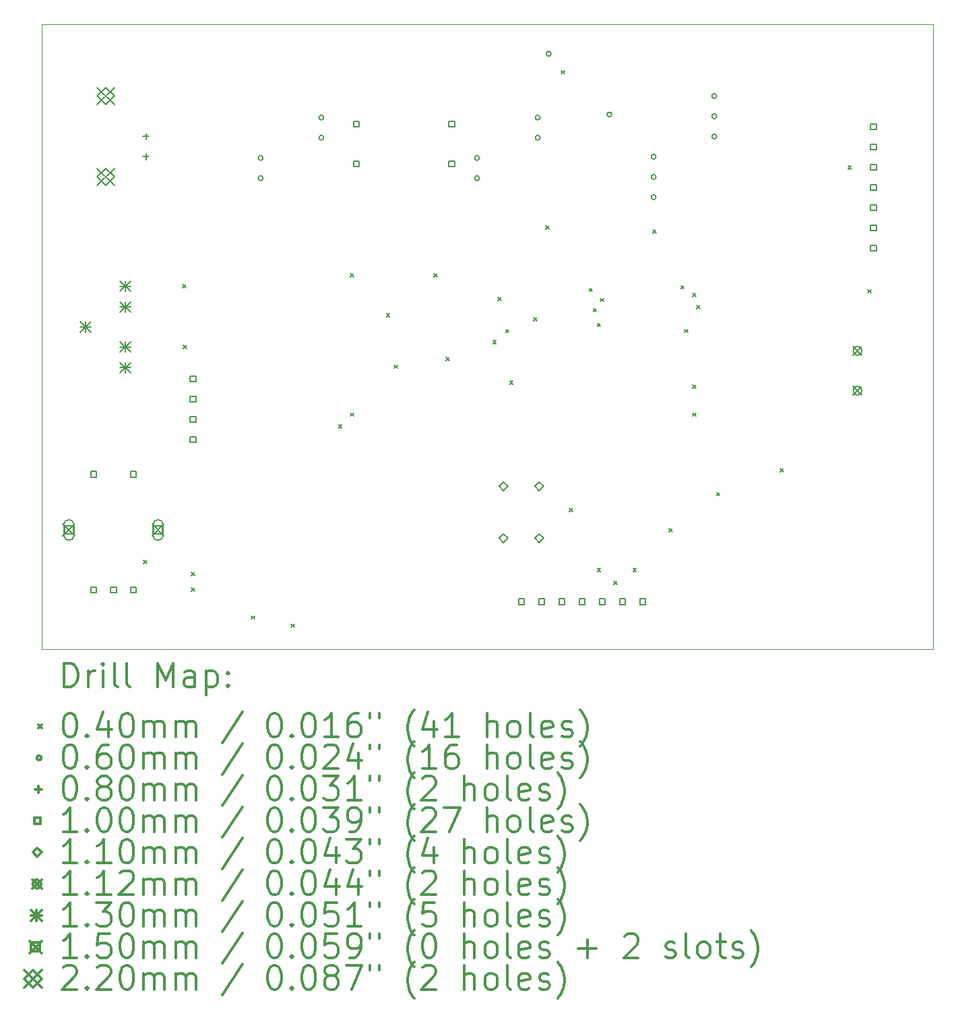
<source format=gbr>
%FSLAX45Y45*%
G04 Gerber Fmt 4.5, Leading zero omitted, Abs format (unit mm)*
G04 Created by KiCad (PCBNEW 5.1.5+dfsg1-2build2) date 2022-10-18 16:05:10*
%MOMM*%
%LPD*%
G04 APERTURE LIST*
%TA.AperFunction,Profile*%
%ADD10C,0.100000*%
%TD*%
%ADD11C,0.200000*%
%ADD12C,0.300000*%
G04 APERTURE END LIST*
D10*
X15650000Y-2500000D02*
X15650000Y-10350000D01*
X4450000Y-2500000D02*
X15650000Y-2500000D01*
X4450000Y-10350000D02*
X4450000Y-2500000D01*
X15650000Y-10350000D02*
X4450000Y-10350000D01*
D11*
X5730000Y-9230000D02*
X5770000Y-9270000D01*
X5770000Y-9230000D02*
X5730000Y-9270000D01*
X6220000Y-5770000D02*
X6260000Y-5810000D01*
X6260000Y-5770000D02*
X6220000Y-5810000D01*
X6230000Y-6530000D02*
X6270000Y-6570000D01*
X6270000Y-6530000D02*
X6230000Y-6570000D01*
X6330000Y-9380000D02*
X6370000Y-9420000D01*
X6370000Y-9380000D02*
X6330000Y-9420000D01*
X6330000Y-9580000D02*
X6370000Y-9620000D01*
X6370000Y-9580000D02*
X6330000Y-9620000D01*
X7080000Y-9930000D02*
X7120000Y-9970000D01*
X7120000Y-9930000D02*
X7080000Y-9970000D01*
X7580000Y-10030000D02*
X7620000Y-10070000D01*
X7620000Y-10030000D02*
X7580000Y-10070000D01*
X8180000Y-7530000D02*
X8220000Y-7570000D01*
X8220000Y-7530000D02*
X8180000Y-7570000D01*
X8330000Y-5630000D02*
X8370000Y-5670000D01*
X8370000Y-5630000D02*
X8330000Y-5670000D01*
X8330000Y-7380000D02*
X8370000Y-7420000D01*
X8370000Y-7380000D02*
X8330000Y-7420000D01*
X8780000Y-6130000D02*
X8820000Y-6170000D01*
X8820000Y-6130000D02*
X8780000Y-6170000D01*
X8880000Y-6780000D02*
X8920000Y-6820000D01*
X8920000Y-6780000D02*
X8880000Y-6820000D01*
X9380000Y-5630000D02*
X9420000Y-5670000D01*
X9420000Y-5630000D02*
X9380000Y-5670000D01*
X9530000Y-6680000D02*
X9570000Y-6720000D01*
X9570000Y-6680000D02*
X9530000Y-6720000D01*
X10117500Y-6467500D02*
X10157500Y-6507500D01*
X10157500Y-6467500D02*
X10117500Y-6507500D01*
X10180000Y-5930000D02*
X10220000Y-5970000D01*
X10220000Y-5930000D02*
X10180000Y-5970000D01*
X10280000Y-6330000D02*
X10320000Y-6370000D01*
X10320000Y-6330000D02*
X10280000Y-6370000D01*
X10330000Y-6980000D02*
X10370000Y-7020000D01*
X10370000Y-6980000D02*
X10330000Y-7020000D01*
X10630000Y-6180000D02*
X10670000Y-6220000D01*
X10670000Y-6180000D02*
X10630000Y-6220000D01*
X10780000Y-5030000D02*
X10820000Y-5070000D01*
X10820000Y-5030000D02*
X10780000Y-5070000D01*
X10980000Y-3080000D02*
X11020000Y-3120000D01*
X11020000Y-3080000D02*
X10980000Y-3120000D01*
X11080000Y-8580000D02*
X11120000Y-8620000D01*
X11120000Y-8580000D02*
X11080000Y-8620000D01*
X11330000Y-5814500D02*
X11370000Y-5854500D01*
X11370000Y-5814500D02*
X11330000Y-5854500D01*
X11380000Y-6068500D02*
X11420000Y-6108500D01*
X11420000Y-6068500D02*
X11380000Y-6108500D01*
X11430000Y-6255500D02*
X11470000Y-6295500D01*
X11470000Y-6255500D02*
X11430000Y-6295500D01*
X11430000Y-9330000D02*
X11470000Y-9370000D01*
X11470000Y-9330000D02*
X11430000Y-9370000D01*
X11468500Y-5941500D02*
X11508500Y-5981500D01*
X11508500Y-5941500D02*
X11468500Y-5981500D01*
X11641000Y-9491000D02*
X11681000Y-9531000D01*
X11681000Y-9491000D02*
X11641000Y-9531000D01*
X11880000Y-9330000D02*
X11920000Y-9370000D01*
X11920000Y-9330000D02*
X11880000Y-9370000D01*
X12130000Y-5080000D02*
X12170000Y-5120000D01*
X12170000Y-5080000D02*
X12130000Y-5120000D01*
X12330000Y-8830000D02*
X12370000Y-8870000D01*
X12370000Y-8830000D02*
X12330000Y-8870000D01*
X12480000Y-5780000D02*
X12520000Y-5820000D01*
X12520000Y-5780000D02*
X12480000Y-5820000D01*
X12530000Y-6330000D02*
X12570000Y-6370000D01*
X12570000Y-6330000D02*
X12530000Y-6370000D01*
X12630000Y-5880000D02*
X12670000Y-5920000D01*
X12670000Y-5880000D02*
X12630000Y-5920000D01*
X12630000Y-7030000D02*
X12670000Y-7070000D01*
X12670000Y-7030000D02*
X12630000Y-7070000D01*
X12630000Y-7380000D02*
X12670000Y-7420000D01*
X12670000Y-7380000D02*
X12630000Y-7420000D01*
X12680000Y-6030000D02*
X12720000Y-6070000D01*
X12720000Y-6030000D02*
X12680000Y-6070000D01*
X12930000Y-8380000D02*
X12970000Y-8420000D01*
X12970000Y-8380000D02*
X12930000Y-8420000D01*
X13730000Y-8080000D02*
X13770000Y-8120000D01*
X13770000Y-8080000D02*
X13730000Y-8120000D01*
X14580000Y-4280000D02*
X14620000Y-4320000D01*
X14620000Y-4280000D02*
X14580000Y-4320000D01*
X14830000Y-5830000D02*
X14870000Y-5870000D01*
X14870000Y-5830000D02*
X14830000Y-5870000D01*
X9949000Y-4177000D02*
G75*
G03X9949000Y-4177000I-30000J0D01*
G01*
X9949000Y-4431000D02*
G75*
G03X9949000Y-4431000I-30000J0D01*
G01*
X10711000Y-3669000D02*
G75*
G03X10711000Y-3669000I-30000J0D01*
G01*
X10711000Y-3923000D02*
G75*
G03X10711000Y-3923000I-30000J0D01*
G01*
X12168000Y-4162000D02*
G75*
G03X12168000Y-4162000I-30000J0D01*
G01*
X12168000Y-4416000D02*
G75*
G03X12168000Y-4416000I-30000J0D01*
G01*
X12168000Y-4670000D02*
G75*
G03X12168000Y-4670000I-30000J0D01*
G01*
X12930000Y-3400000D02*
G75*
G03X12930000Y-3400000I-30000J0D01*
G01*
X12930000Y-3654000D02*
G75*
G03X12930000Y-3654000I-30000J0D01*
G01*
X12930000Y-3908000D02*
G75*
G03X12930000Y-3908000I-30000J0D01*
G01*
X10849000Y-2869000D02*
G75*
G03X10849000Y-2869000I-30000J0D01*
G01*
X11611000Y-3631000D02*
G75*
G03X11611000Y-3631000I-30000J0D01*
G01*
X7230000Y-4177000D02*
G75*
G03X7230000Y-4177000I-30000J0D01*
G01*
X7230000Y-4431000D02*
G75*
G03X7230000Y-4431000I-30000J0D01*
G01*
X7992000Y-3669000D02*
G75*
G03X7992000Y-3669000I-30000J0D01*
G01*
X7992000Y-3923000D02*
G75*
G03X7992000Y-3923000I-30000J0D01*
G01*
X5758000Y-3868000D02*
X5758000Y-3948000D01*
X5718000Y-3908000D02*
X5798000Y-3908000D01*
X5758000Y-4122000D02*
X5758000Y-4202000D01*
X5718000Y-4162000D02*
X5798000Y-4162000D01*
X5135356Y-8185356D02*
X5135356Y-8114644D01*
X5064644Y-8114644D01*
X5064644Y-8185356D01*
X5135356Y-8185356D01*
X5135356Y-9635356D02*
X5135356Y-9564644D01*
X5064644Y-9564644D01*
X5064644Y-9635356D01*
X5135356Y-9635356D01*
X5385356Y-9635356D02*
X5385356Y-9564644D01*
X5314644Y-9564644D01*
X5314644Y-9635356D01*
X5385356Y-9635356D01*
X5635356Y-8185356D02*
X5635356Y-8114644D01*
X5564644Y-8114644D01*
X5564644Y-8185356D01*
X5635356Y-8185356D01*
X5635356Y-9635356D02*
X5635356Y-9564644D01*
X5564644Y-9564644D01*
X5564644Y-9635356D01*
X5635356Y-9635356D01*
X8435356Y-3785356D02*
X8435356Y-3714644D01*
X8364644Y-3714644D01*
X8364644Y-3785356D01*
X8435356Y-3785356D01*
X8435356Y-4285356D02*
X8435356Y-4214644D01*
X8364644Y-4214644D01*
X8364644Y-4285356D01*
X8435356Y-4285356D01*
X10511356Y-9785356D02*
X10511356Y-9714644D01*
X10440644Y-9714644D01*
X10440644Y-9785356D01*
X10511356Y-9785356D01*
X10765356Y-9785356D02*
X10765356Y-9714644D01*
X10694644Y-9714644D01*
X10694644Y-9785356D01*
X10765356Y-9785356D01*
X11019356Y-9785356D02*
X11019356Y-9714644D01*
X10948644Y-9714644D01*
X10948644Y-9785356D01*
X11019356Y-9785356D01*
X11273356Y-9785356D02*
X11273356Y-9714644D01*
X11202644Y-9714644D01*
X11202644Y-9785356D01*
X11273356Y-9785356D01*
X11527356Y-9785356D02*
X11527356Y-9714644D01*
X11456644Y-9714644D01*
X11456644Y-9785356D01*
X11527356Y-9785356D01*
X11781356Y-9785356D02*
X11781356Y-9714644D01*
X11710644Y-9714644D01*
X11710644Y-9785356D01*
X11781356Y-9785356D01*
X12035356Y-9785356D02*
X12035356Y-9714644D01*
X11964644Y-9714644D01*
X11964644Y-9785356D01*
X12035356Y-9785356D01*
X14935356Y-3818356D02*
X14935356Y-3747644D01*
X14864644Y-3747644D01*
X14864644Y-3818356D01*
X14935356Y-3818356D01*
X14935356Y-4072356D02*
X14935356Y-4001644D01*
X14864644Y-4001644D01*
X14864644Y-4072356D01*
X14935356Y-4072356D01*
X14935356Y-4326356D02*
X14935356Y-4255644D01*
X14864644Y-4255644D01*
X14864644Y-4326356D01*
X14935356Y-4326356D01*
X14935356Y-4580356D02*
X14935356Y-4509644D01*
X14864644Y-4509644D01*
X14864644Y-4580356D01*
X14935356Y-4580356D01*
X14935356Y-4834356D02*
X14935356Y-4763644D01*
X14864644Y-4763644D01*
X14864644Y-4834356D01*
X14935356Y-4834356D01*
X14935356Y-5088356D02*
X14935356Y-5017644D01*
X14864644Y-5017644D01*
X14864644Y-5088356D01*
X14935356Y-5088356D01*
X14935356Y-5342356D02*
X14935356Y-5271644D01*
X14864644Y-5271644D01*
X14864644Y-5342356D01*
X14935356Y-5342356D01*
X9635356Y-3785356D02*
X9635356Y-3714644D01*
X9564644Y-3714644D01*
X9564644Y-3785356D01*
X9635356Y-3785356D01*
X9635356Y-4285356D02*
X9635356Y-4214644D01*
X9564644Y-4214644D01*
X9564644Y-4285356D01*
X9635356Y-4285356D01*
X6385356Y-6985356D02*
X6385356Y-6914644D01*
X6314644Y-6914644D01*
X6314644Y-6985356D01*
X6385356Y-6985356D01*
X6385356Y-7239356D02*
X6385356Y-7168644D01*
X6314644Y-7168644D01*
X6314644Y-7239356D01*
X6385356Y-7239356D01*
X6385356Y-7493356D02*
X6385356Y-7422644D01*
X6314644Y-7422644D01*
X6314644Y-7493356D01*
X6385356Y-7493356D01*
X6385356Y-7747356D02*
X6385356Y-7676644D01*
X6314644Y-7676644D01*
X6314644Y-7747356D01*
X6385356Y-7747356D01*
X10250000Y-8355000D02*
X10305000Y-8300000D01*
X10250000Y-8245000D01*
X10195000Y-8300000D01*
X10250000Y-8355000D01*
X10250000Y-9005000D02*
X10305000Y-8950000D01*
X10250000Y-8895000D01*
X10195000Y-8950000D01*
X10250000Y-9005000D01*
X10700000Y-8355000D02*
X10755000Y-8300000D01*
X10700000Y-8245000D01*
X10645000Y-8300000D01*
X10700000Y-8355000D01*
X10700000Y-9005000D02*
X10755000Y-8950000D01*
X10700000Y-8895000D01*
X10645000Y-8950000D01*
X10700000Y-9005000D01*
X14644120Y-6544120D02*
X14755880Y-6655880D01*
X14755880Y-6544120D02*
X14644120Y-6655880D01*
X14755880Y-6600000D02*
G75*
G03X14755880Y-6600000I-55880J0D01*
G01*
X14644120Y-7044120D02*
X14755880Y-7155880D01*
X14755880Y-7044120D02*
X14644120Y-7155880D01*
X14755880Y-7100000D02*
G75*
G03X14755880Y-7100000I-55880J0D01*
G01*
X4935000Y-6235000D02*
X5065000Y-6365000D01*
X5065000Y-6235000D02*
X4935000Y-6365000D01*
X5000000Y-6235000D02*
X5000000Y-6365000D01*
X4935000Y-6300000D02*
X5065000Y-6300000D01*
X5435000Y-5725000D02*
X5565000Y-5855000D01*
X5565000Y-5725000D02*
X5435000Y-5855000D01*
X5500000Y-5725000D02*
X5500000Y-5855000D01*
X5435000Y-5790000D02*
X5565000Y-5790000D01*
X5435000Y-5985000D02*
X5565000Y-6115000D01*
X5565000Y-5985000D02*
X5435000Y-6115000D01*
X5500000Y-5985000D02*
X5500000Y-6115000D01*
X5435000Y-6050000D02*
X5565000Y-6050000D01*
X5435000Y-6485000D02*
X5565000Y-6615000D01*
X5565000Y-6485000D02*
X5435000Y-6615000D01*
X5500000Y-6485000D02*
X5500000Y-6615000D01*
X5435000Y-6550000D02*
X5565000Y-6550000D01*
X5435000Y-6745000D02*
X5565000Y-6875000D01*
X5565000Y-6745000D02*
X5435000Y-6875000D01*
X5500000Y-6745000D02*
X5500000Y-6875000D01*
X5435000Y-6810000D02*
X5565000Y-6810000D01*
X4715000Y-8775000D02*
X4865000Y-8925000D01*
X4865000Y-8775000D02*
X4715000Y-8925000D01*
X4843034Y-8903034D02*
X4843034Y-8796967D01*
X4736967Y-8796967D01*
X4736967Y-8903034D01*
X4843034Y-8903034D01*
X4855000Y-8915000D02*
X4855000Y-8785000D01*
X4725000Y-8915000D02*
X4725000Y-8785000D01*
X4855000Y-8785000D02*
G75*
G03X4725000Y-8785000I-65000J0D01*
G01*
X4725000Y-8915000D02*
G75*
G03X4855000Y-8915000I65000J0D01*
G01*
X5835000Y-8775000D02*
X5985000Y-8925000D01*
X5985000Y-8775000D02*
X5835000Y-8925000D01*
X5963033Y-8903034D02*
X5963033Y-8796967D01*
X5856966Y-8796967D01*
X5856966Y-8903034D01*
X5963033Y-8903034D01*
X5975000Y-8915000D02*
X5975000Y-8785000D01*
X5845000Y-8915000D02*
X5845000Y-8785000D01*
X5975000Y-8785000D02*
G75*
G03X5845000Y-8785000I-65000J0D01*
G01*
X5845000Y-8915000D02*
G75*
G03X5975000Y-8915000I65000J0D01*
G01*
X5140000Y-3290000D02*
X5360000Y-3510000D01*
X5360000Y-3290000D02*
X5140000Y-3510000D01*
X5250000Y-3510000D02*
X5360000Y-3400000D01*
X5250000Y-3290000D01*
X5140000Y-3400000D01*
X5250000Y-3510000D01*
X5140000Y-4306000D02*
X5360000Y-4526000D01*
X5360000Y-4306000D02*
X5140000Y-4526000D01*
X5250000Y-4526000D02*
X5360000Y-4416000D01*
X5250000Y-4306000D01*
X5140000Y-4416000D01*
X5250000Y-4526000D01*
D12*
X4731428Y-10820714D02*
X4731428Y-10520714D01*
X4802857Y-10520714D01*
X4845714Y-10535000D01*
X4874286Y-10563572D01*
X4888571Y-10592143D01*
X4902857Y-10649286D01*
X4902857Y-10692143D01*
X4888571Y-10749286D01*
X4874286Y-10777857D01*
X4845714Y-10806429D01*
X4802857Y-10820714D01*
X4731428Y-10820714D01*
X5031428Y-10820714D02*
X5031428Y-10620714D01*
X5031428Y-10677857D02*
X5045714Y-10649286D01*
X5060000Y-10635000D01*
X5088571Y-10620714D01*
X5117143Y-10620714D01*
X5217143Y-10820714D02*
X5217143Y-10620714D01*
X5217143Y-10520714D02*
X5202857Y-10535000D01*
X5217143Y-10549286D01*
X5231428Y-10535000D01*
X5217143Y-10520714D01*
X5217143Y-10549286D01*
X5402857Y-10820714D02*
X5374286Y-10806429D01*
X5360000Y-10777857D01*
X5360000Y-10520714D01*
X5560000Y-10820714D02*
X5531428Y-10806429D01*
X5517143Y-10777857D01*
X5517143Y-10520714D01*
X5902857Y-10820714D02*
X5902857Y-10520714D01*
X6002857Y-10735000D01*
X6102857Y-10520714D01*
X6102857Y-10820714D01*
X6374286Y-10820714D02*
X6374286Y-10663572D01*
X6360000Y-10635000D01*
X6331428Y-10620714D01*
X6274286Y-10620714D01*
X6245714Y-10635000D01*
X6374286Y-10806429D02*
X6345714Y-10820714D01*
X6274286Y-10820714D01*
X6245714Y-10806429D01*
X6231428Y-10777857D01*
X6231428Y-10749286D01*
X6245714Y-10720714D01*
X6274286Y-10706429D01*
X6345714Y-10706429D01*
X6374286Y-10692143D01*
X6517143Y-10620714D02*
X6517143Y-10920714D01*
X6517143Y-10635000D02*
X6545714Y-10620714D01*
X6602857Y-10620714D01*
X6631428Y-10635000D01*
X6645714Y-10649286D01*
X6660000Y-10677857D01*
X6660000Y-10763572D01*
X6645714Y-10792143D01*
X6631428Y-10806429D01*
X6602857Y-10820714D01*
X6545714Y-10820714D01*
X6517143Y-10806429D01*
X6788571Y-10792143D02*
X6802857Y-10806429D01*
X6788571Y-10820714D01*
X6774286Y-10806429D01*
X6788571Y-10792143D01*
X6788571Y-10820714D01*
X6788571Y-10635000D02*
X6802857Y-10649286D01*
X6788571Y-10663572D01*
X6774286Y-10649286D01*
X6788571Y-10635000D01*
X6788571Y-10663572D01*
X4405000Y-11295000D02*
X4445000Y-11335000D01*
X4445000Y-11295000D02*
X4405000Y-11335000D01*
X4788571Y-11150714D02*
X4817143Y-11150714D01*
X4845714Y-11165000D01*
X4860000Y-11179286D01*
X4874286Y-11207857D01*
X4888571Y-11265000D01*
X4888571Y-11336429D01*
X4874286Y-11393571D01*
X4860000Y-11422143D01*
X4845714Y-11436429D01*
X4817143Y-11450714D01*
X4788571Y-11450714D01*
X4760000Y-11436429D01*
X4745714Y-11422143D01*
X4731428Y-11393571D01*
X4717143Y-11336429D01*
X4717143Y-11265000D01*
X4731428Y-11207857D01*
X4745714Y-11179286D01*
X4760000Y-11165000D01*
X4788571Y-11150714D01*
X5017143Y-11422143D02*
X5031428Y-11436429D01*
X5017143Y-11450714D01*
X5002857Y-11436429D01*
X5017143Y-11422143D01*
X5017143Y-11450714D01*
X5288571Y-11250714D02*
X5288571Y-11450714D01*
X5217143Y-11136429D02*
X5145714Y-11350714D01*
X5331428Y-11350714D01*
X5502857Y-11150714D02*
X5531428Y-11150714D01*
X5560000Y-11165000D01*
X5574286Y-11179286D01*
X5588571Y-11207857D01*
X5602857Y-11265000D01*
X5602857Y-11336429D01*
X5588571Y-11393571D01*
X5574286Y-11422143D01*
X5560000Y-11436429D01*
X5531428Y-11450714D01*
X5502857Y-11450714D01*
X5474286Y-11436429D01*
X5460000Y-11422143D01*
X5445714Y-11393571D01*
X5431428Y-11336429D01*
X5431428Y-11265000D01*
X5445714Y-11207857D01*
X5460000Y-11179286D01*
X5474286Y-11165000D01*
X5502857Y-11150714D01*
X5731428Y-11450714D02*
X5731428Y-11250714D01*
X5731428Y-11279286D02*
X5745714Y-11265000D01*
X5774286Y-11250714D01*
X5817143Y-11250714D01*
X5845714Y-11265000D01*
X5860000Y-11293571D01*
X5860000Y-11450714D01*
X5860000Y-11293571D02*
X5874286Y-11265000D01*
X5902857Y-11250714D01*
X5945714Y-11250714D01*
X5974286Y-11265000D01*
X5988571Y-11293571D01*
X5988571Y-11450714D01*
X6131428Y-11450714D02*
X6131428Y-11250714D01*
X6131428Y-11279286D02*
X6145714Y-11265000D01*
X6174286Y-11250714D01*
X6217143Y-11250714D01*
X6245714Y-11265000D01*
X6260000Y-11293571D01*
X6260000Y-11450714D01*
X6260000Y-11293571D02*
X6274286Y-11265000D01*
X6302857Y-11250714D01*
X6345714Y-11250714D01*
X6374286Y-11265000D01*
X6388571Y-11293571D01*
X6388571Y-11450714D01*
X6974286Y-11136429D02*
X6717143Y-11522143D01*
X7360000Y-11150714D02*
X7388571Y-11150714D01*
X7417143Y-11165000D01*
X7431428Y-11179286D01*
X7445714Y-11207857D01*
X7460000Y-11265000D01*
X7460000Y-11336429D01*
X7445714Y-11393571D01*
X7431428Y-11422143D01*
X7417143Y-11436429D01*
X7388571Y-11450714D01*
X7360000Y-11450714D01*
X7331428Y-11436429D01*
X7317143Y-11422143D01*
X7302857Y-11393571D01*
X7288571Y-11336429D01*
X7288571Y-11265000D01*
X7302857Y-11207857D01*
X7317143Y-11179286D01*
X7331428Y-11165000D01*
X7360000Y-11150714D01*
X7588571Y-11422143D02*
X7602857Y-11436429D01*
X7588571Y-11450714D01*
X7574286Y-11436429D01*
X7588571Y-11422143D01*
X7588571Y-11450714D01*
X7788571Y-11150714D02*
X7817143Y-11150714D01*
X7845714Y-11165000D01*
X7860000Y-11179286D01*
X7874286Y-11207857D01*
X7888571Y-11265000D01*
X7888571Y-11336429D01*
X7874286Y-11393571D01*
X7860000Y-11422143D01*
X7845714Y-11436429D01*
X7817143Y-11450714D01*
X7788571Y-11450714D01*
X7760000Y-11436429D01*
X7745714Y-11422143D01*
X7731428Y-11393571D01*
X7717143Y-11336429D01*
X7717143Y-11265000D01*
X7731428Y-11207857D01*
X7745714Y-11179286D01*
X7760000Y-11165000D01*
X7788571Y-11150714D01*
X8174286Y-11450714D02*
X8002857Y-11450714D01*
X8088571Y-11450714D02*
X8088571Y-11150714D01*
X8060000Y-11193571D01*
X8031428Y-11222143D01*
X8002857Y-11236429D01*
X8431428Y-11150714D02*
X8374286Y-11150714D01*
X8345714Y-11165000D01*
X8331428Y-11179286D01*
X8302857Y-11222143D01*
X8288571Y-11279286D01*
X8288571Y-11393571D01*
X8302857Y-11422143D01*
X8317143Y-11436429D01*
X8345714Y-11450714D01*
X8402857Y-11450714D01*
X8431428Y-11436429D01*
X8445714Y-11422143D01*
X8460000Y-11393571D01*
X8460000Y-11322143D01*
X8445714Y-11293571D01*
X8431428Y-11279286D01*
X8402857Y-11265000D01*
X8345714Y-11265000D01*
X8317143Y-11279286D01*
X8302857Y-11293571D01*
X8288571Y-11322143D01*
X8574286Y-11150714D02*
X8574286Y-11207857D01*
X8688571Y-11150714D02*
X8688571Y-11207857D01*
X9131428Y-11565000D02*
X9117143Y-11550714D01*
X9088571Y-11507857D01*
X9074286Y-11479286D01*
X9060000Y-11436429D01*
X9045714Y-11365000D01*
X9045714Y-11307857D01*
X9060000Y-11236429D01*
X9074286Y-11193571D01*
X9088571Y-11165000D01*
X9117143Y-11122143D01*
X9131428Y-11107857D01*
X9374286Y-11250714D02*
X9374286Y-11450714D01*
X9302857Y-11136429D02*
X9231428Y-11350714D01*
X9417143Y-11350714D01*
X9688571Y-11450714D02*
X9517143Y-11450714D01*
X9602857Y-11450714D02*
X9602857Y-11150714D01*
X9574286Y-11193571D01*
X9545714Y-11222143D01*
X9517143Y-11236429D01*
X10045714Y-11450714D02*
X10045714Y-11150714D01*
X10174286Y-11450714D02*
X10174286Y-11293571D01*
X10160000Y-11265000D01*
X10131428Y-11250714D01*
X10088571Y-11250714D01*
X10060000Y-11265000D01*
X10045714Y-11279286D01*
X10360000Y-11450714D02*
X10331428Y-11436429D01*
X10317143Y-11422143D01*
X10302857Y-11393571D01*
X10302857Y-11307857D01*
X10317143Y-11279286D01*
X10331428Y-11265000D01*
X10360000Y-11250714D01*
X10402857Y-11250714D01*
X10431428Y-11265000D01*
X10445714Y-11279286D01*
X10460000Y-11307857D01*
X10460000Y-11393571D01*
X10445714Y-11422143D01*
X10431428Y-11436429D01*
X10402857Y-11450714D01*
X10360000Y-11450714D01*
X10631428Y-11450714D02*
X10602857Y-11436429D01*
X10588571Y-11407857D01*
X10588571Y-11150714D01*
X10860000Y-11436429D02*
X10831428Y-11450714D01*
X10774286Y-11450714D01*
X10745714Y-11436429D01*
X10731428Y-11407857D01*
X10731428Y-11293571D01*
X10745714Y-11265000D01*
X10774286Y-11250714D01*
X10831428Y-11250714D01*
X10860000Y-11265000D01*
X10874286Y-11293571D01*
X10874286Y-11322143D01*
X10731428Y-11350714D01*
X10988571Y-11436429D02*
X11017143Y-11450714D01*
X11074286Y-11450714D01*
X11102857Y-11436429D01*
X11117143Y-11407857D01*
X11117143Y-11393571D01*
X11102857Y-11365000D01*
X11074286Y-11350714D01*
X11031428Y-11350714D01*
X11002857Y-11336429D01*
X10988571Y-11307857D01*
X10988571Y-11293571D01*
X11002857Y-11265000D01*
X11031428Y-11250714D01*
X11074286Y-11250714D01*
X11102857Y-11265000D01*
X11217143Y-11565000D02*
X11231428Y-11550714D01*
X11260000Y-11507857D01*
X11274286Y-11479286D01*
X11288571Y-11436429D01*
X11302857Y-11365000D01*
X11302857Y-11307857D01*
X11288571Y-11236429D01*
X11274286Y-11193571D01*
X11260000Y-11165000D01*
X11231428Y-11122143D01*
X11217143Y-11107857D01*
X4445000Y-11711000D02*
G75*
G03X4445000Y-11711000I-30000J0D01*
G01*
X4788571Y-11546714D02*
X4817143Y-11546714D01*
X4845714Y-11561000D01*
X4860000Y-11575286D01*
X4874286Y-11603857D01*
X4888571Y-11661000D01*
X4888571Y-11732429D01*
X4874286Y-11789571D01*
X4860000Y-11818143D01*
X4845714Y-11832429D01*
X4817143Y-11846714D01*
X4788571Y-11846714D01*
X4760000Y-11832429D01*
X4745714Y-11818143D01*
X4731428Y-11789571D01*
X4717143Y-11732429D01*
X4717143Y-11661000D01*
X4731428Y-11603857D01*
X4745714Y-11575286D01*
X4760000Y-11561000D01*
X4788571Y-11546714D01*
X5017143Y-11818143D02*
X5031428Y-11832429D01*
X5017143Y-11846714D01*
X5002857Y-11832429D01*
X5017143Y-11818143D01*
X5017143Y-11846714D01*
X5288571Y-11546714D02*
X5231428Y-11546714D01*
X5202857Y-11561000D01*
X5188571Y-11575286D01*
X5160000Y-11618143D01*
X5145714Y-11675286D01*
X5145714Y-11789571D01*
X5160000Y-11818143D01*
X5174286Y-11832429D01*
X5202857Y-11846714D01*
X5260000Y-11846714D01*
X5288571Y-11832429D01*
X5302857Y-11818143D01*
X5317143Y-11789571D01*
X5317143Y-11718143D01*
X5302857Y-11689571D01*
X5288571Y-11675286D01*
X5260000Y-11661000D01*
X5202857Y-11661000D01*
X5174286Y-11675286D01*
X5160000Y-11689571D01*
X5145714Y-11718143D01*
X5502857Y-11546714D02*
X5531428Y-11546714D01*
X5560000Y-11561000D01*
X5574286Y-11575286D01*
X5588571Y-11603857D01*
X5602857Y-11661000D01*
X5602857Y-11732429D01*
X5588571Y-11789571D01*
X5574286Y-11818143D01*
X5560000Y-11832429D01*
X5531428Y-11846714D01*
X5502857Y-11846714D01*
X5474286Y-11832429D01*
X5460000Y-11818143D01*
X5445714Y-11789571D01*
X5431428Y-11732429D01*
X5431428Y-11661000D01*
X5445714Y-11603857D01*
X5460000Y-11575286D01*
X5474286Y-11561000D01*
X5502857Y-11546714D01*
X5731428Y-11846714D02*
X5731428Y-11646714D01*
X5731428Y-11675286D02*
X5745714Y-11661000D01*
X5774286Y-11646714D01*
X5817143Y-11646714D01*
X5845714Y-11661000D01*
X5860000Y-11689571D01*
X5860000Y-11846714D01*
X5860000Y-11689571D02*
X5874286Y-11661000D01*
X5902857Y-11646714D01*
X5945714Y-11646714D01*
X5974286Y-11661000D01*
X5988571Y-11689571D01*
X5988571Y-11846714D01*
X6131428Y-11846714D02*
X6131428Y-11646714D01*
X6131428Y-11675286D02*
X6145714Y-11661000D01*
X6174286Y-11646714D01*
X6217143Y-11646714D01*
X6245714Y-11661000D01*
X6260000Y-11689571D01*
X6260000Y-11846714D01*
X6260000Y-11689571D02*
X6274286Y-11661000D01*
X6302857Y-11646714D01*
X6345714Y-11646714D01*
X6374286Y-11661000D01*
X6388571Y-11689571D01*
X6388571Y-11846714D01*
X6974286Y-11532429D02*
X6717143Y-11918143D01*
X7360000Y-11546714D02*
X7388571Y-11546714D01*
X7417143Y-11561000D01*
X7431428Y-11575286D01*
X7445714Y-11603857D01*
X7460000Y-11661000D01*
X7460000Y-11732429D01*
X7445714Y-11789571D01*
X7431428Y-11818143D01*
X7417143Y-11832429D01*
X7388571Y-11846714D01*
X7360000Y-11846714D01*
X7331428Y-11832429D01*
X7317143Y-11818143D01*
X7302857Y-11789571D01*
X7288571Y-11732429D01*
X7288571Y-11661000D01*
X7302857Y-11603857D01*
X7317143Y-11575286D01*
X7331428Y-11561000D01*
X7360000Y-11546714D01*
X7588571Y-11818143D02*
X7602857Y-11832429D01*
X7588571Y-11846714D01*
X7574286Y-11832429D01*
X7588571Y-11818143D01*
X7588571Y-11846714D01*
X7788571Y-11546714D02*
X7817143Y-11546714D01*
X7845714Y-11561000D01*
X7860000Y-11575286D01*
X7874286Y-11603857D01*
X7888571Y-11661000D01*
X7888571Y-11732429D01*
X7874286Y-11789571D01*
X7860000Y-11818143D01*
X7845714Y-11832429D01*
X7817143Y-11846714D01*
X7788571Y-11846714D01*
X7760000Y-11832429D01*
X7745714Y-11818143D01*
X7731428Y-11789571D01*
X7717143Y-11732429D01*
X7717143Y-11661000D01*
X7731428Y-11603857D01*
X7745714Y-11575286D01*
X7760000Y-11561000D01*
X7788571Y-11546714D01*
X8002857Y-11575286D02*
X8017143Y-11561000D01*
X8045714Y-11546714D01*
X8117143Y-11546714D01*
X8145714Y-11561000D01*
X8160000Y-11575286D01*
X8174286Y-11603857D01*
X8174286Y-11632429D01*
X8160000Y-11675286D01*
X7988571Y-11846714D01*
X8174286Y-11846714D01*
X8431428Y-11646714D02*
X8431428Y-11846714D01*
X8360000Y-11532429D02*
X8288571Y-11746714D01*
X8474286Y-11746714D01*
X8574286Y-11546714D02*
X8574286Y-11603857D01*
X8688571Y-11546714D02*
X8688571Y-11603857D01*
X9131428Y-11961000D02*
X9117143Y-11946714D01*
X9088571Y-11903857D01*
X9074286Y-11875286D01*
X9060000Y-11832429D01*
X9045714Y-11761000D01*
X9045714Y-11703857D01*
X9060000Y-11632429D01*
X9074286Y-11589571D01*
X9088571Y-11561000D01*
X9117143Y-11518143D01*
X9131428Y-11503857D01*
X9402857Y-11846714D02*
X9231428Y-11846714D01*
X9317143Y-11846714D02*
X9317143Y-11546714D01*
X9288571Y-11589571D01*
X9260000Y-11618143D01*
X9231428Y-11632429D01*
X9660000Y-11546714D02*
X9602857Y-11546714D01*
X9574286Y-11561000D01*
X9560000Y-11575286D01*
X9531428Y-11618143D01*
X9517143Y-11675286D01*
X9517143Y-11789571D01*
X9531428Y-11818143D01*
X9545714Y-11832429D01*
X9574286Y-11846714D01*
X9631428Y-11846714D01*
X9660000Y-11832429D01*
X9674286Y-11818143D01*
X9688571Y-11789571D01*
X9688571Y-11718143D01*
X9674286Y-11689571D01*
X9660000Y-11675286D01*
X9631428Y-11661000D01*
X9574286Y-11661000D01*
X9545714Y-11675286D01*
X9531428Y-11689571D01*
X9517143Y-11718143D01*
X10045714Y-11846714D02*
X10045714Y-11546714D01*
X10174286Y-11846714D02*
X10174286Y-11689571D01*
X10160000Y-11661000D01*
X10131428Y-11646714D01*
X10088571Y-11646714D01*
X10060000Y-11661000D01*
X10045714Y-11675286D01*
X10360000Y-11846714D02*
X10331428Y-11832429D01*
X10317143Y-11818143D01*
X10302857Y-11789571D01*
X10302857Y-11703857D01*
X10317143Y-11675286D01*
X10331428Y-11661000D01*
X10360000Y-11646714D01*
X10402857Y-11646714D01*
X10431428Y-11661000D01*
X10445714Y-11675286D01*
X10460000Y-11703857D01*
X10460000Y-11789571D01*
X10445714Y-11818143D01*
X10431428Y-11832429D01*
X10402857Y-11846714D01*
X10360000Y-11846714D01*
X10631428Y-11846714D02*
X10602857Y-11832429D01*
X10588571Y-11803857D01*
X10588571Y-11546714D01*
X10860000Y-11832429D02*
X10831428Y-11846714D01*
X10774286Y-11846714D01*
X10745714Y-11832429D01*
X10731428Y-11803857D01*
X10731428Y-11689571D01*
X10745714Y-11661000D01*
X10774286Y-11646714D01*
X10831428Y-11646714D01*
X10860000Y-11661000D01*
X10874286Y-11689571D01*
X10874286Y-11718143D01*
X10731428Y-11746714D01*
X10988571Y-11832429D02*
X11017143Y-11846714D01*
X11074286Y-11846714D01*
X11102857Y-11832429D01*
X11117143Y-11803857D01*
X11117143Y-11789571D01*
X11102857Y-11761000D01*
X11074286Y-11746714D01*
X11031428Y-11746714D01*
X11002857Y-11732429D01*
X10988571Y-11703857D01*
X10988571Y-11689571D01*
X11002857Y-11661000D01*
X11031428Y-11646714D01*
X11074286Y-11646714D01*
X11102857Y-11661000D01*
X11217143Y-11961000D02*
X11231428Y-11946714D01*
X11260000Y-11903857D01*
X11274286Y-11875286D01*
X11288571Y-11832429D01*
X11302857Y-11761000D01*
X11302857Y-11703857D01*
X11288571Y-11632429D01*
X11274286Y-11589571D01*
X11260000Y-11561000D01*
X11231428Y-11518143D01*
X11217143Y-11503857D01*
X4405000Y-12067000D02*
X4405000Y-12147000D01*
X4365000Y-12107000D02*
X4445000Y-12107000D01*
X4788571Y-11942714D02*
X4817143Y-11942714D01*
X4845714Y-11957000D01*
X4860000Y-11971286D01*
X4874286Y-11999857D01*
X4888571Y-12057000D01*
X4888571Y-12128429D01*
X4874286Y-12185571D01*
X4860000Y-12214143D01*
X4845714Y-12228429D01*
X4817143Y-12242714D01*
X4788571Y-12242714D01*
X4760000Y-12228429D01*
X4745714Y-12214143D01*
X4731428Y-12185571D01*
X4717143Y-12128429D01*
X4717143Y-12057000D01*
X4731428Y-11999857D01*
X4745714Y-11971286D01*
X4760000Y-11957000D01*
X4788571Y-11942714D01*
X5017143Y-12214143D02*
X5031428Y-12228429D01*
X5017143Y-12242714D01*
X5002857Y-12228429D01*
X5017143Y-12214143D01*
X5017143Y-12242714D01*
X5202857Y-12071286D02*
X5174286Y-12057000D01*
X5160000Y-12042714D01*
X5145714Y-12014143D01*
X5145714Y-11999857D01*
X5160000Y-11971286D01*
X5174286Y-11957000D01*
X5202857Y-11942714D01*
X5260000Y-11942714D01*
X5288571Y-11957000D01*
X5302857Y-11971286D01*
X5317143Y-11999857D01*
X5317143Y-12014143D01*
X5302857Y-12042714D01*
X5288571Y-12057000D01*
X5260000Y-12071286D01*
X5202857Y-12071286D01*
X5174286Y-12085571D01*
X5160000Y-12099857D01*
X5145714Y-12128429D01*
X5145714Y-12185571D01*
X5160000Y-12214143D01*
X5174286Y-12228429D01*
X5202857Y-12242714D01*
X5260000Y-12242714D01*
X5288571Y-12228429D01*
X5302857Y-12214143D01*
X5317143Y-12185571D01*
X5317143Y-12128429D01*
X5302857Y-12099857D01*
X5288571Y-12085571D01*
X5260000Y-12071286D01*
X5502857Y-11942714D02*
X5531428Y-11942714D01*
X5560000Y-11957000D01*
X5574286Y-11971286D01*
X5588571Y-11999857D01*
X5602857Y-12057000D01*
X5602857Y-12128429D01*
X5588571Y-12185571D01*
X5574286Y-12214143D01*
X5560000Y-12228429D01*
X5531428Y-12242714D01*
X5502857Y-12242714D01*
X5474286Y-12228429D01*
X5460000Y-12214143D01*
X5445714Y-12185571D01*
X5431428Y-12128429D01*
X5431428Y-12057000D01*
X5445714Y-11999857D01*
X5460000Y-11971286D01*
X5474286Y-11957000D01*
X5502857Y-11942714D01*
X5731428Y-12242714D02*
X5731428Y-12042714D01*
X5731428Y-12071286D02*
X5745714Y-12057000D01*
X5774286Y-12042714D01*
X5817143Y-12042714D01*
X5845714Y-12057000D01*
X5860000Y-12085571D01*
X5860000Y-12242714D01*
X5860000Y-12085571D02*
X5874286Y-12057000D01*
X5902857Y-12042714D01*
X5945714Y-12042714D01*
X5974286Y-12057000D01*
X5988571Y-12085571D01*
X5988571Y-12242714D01*
X6131428Y-12242714D02*
X6131428Y-12042714D01*
X6131428Y-12071286D02*
X6145714Y-12057000D01*
X6174286Y-12042714D01*
X6217143Y-12042714D01*
X6245714Y-12057000D01*
X6260000Y-12085571D01*
X6260000Y-12242714D01*
X6260000Y-12085571D02*
X6274286Y-12057000D01*
X6302857Y-12042714D01*
X6345714Y-12042714D01*
X6374286Y-12057000D01*
X6388571Y-12085571D01*
X6388571Y-12242714D01*
X6974286Y-11928429D02*
X6717143Y-12314143D01*
X7360000Y-11942714D02*
X7388571Y-11942714D01*
X7417143Y-11957000D01*
X7431428Y-11971286D01*
X7445714Y-11999857D01*
X7460000Y-12057000D01*
X7460000Y-12128429D01*
X7445714Y-12185571D01*
X7431428Y-12214143D01*
X7417143Y-12228429D01*
X7388571Y-12242714D01*
X7360000Y-12242714D01*
X7331428Y-12228429D01*
X7317143Y-12214143D01*
X7302857Y-12185571D01*
X7288571Y-12128429D01*
X7288571Y-12057000D01*
X7302857Y-11999857D01*
X7317143Y-11971286D01*
X7331428Y-11957000D01*
X7360000Y-11942714D01*
X7588571Y-12214143D02*
X7602857Y-12228429D01*
X7588571Y-12242714D01*
X7574286Y-12228429D01*
X7588571Y-12214143D01*
X7588571Y-12242714D01*
X7788571Y-11942714D02*
X7817143Y-11942714D01*
X7845714Y-11957000D01*
X7860000Y-11971286D01*
X7874286Y-11999857D01*
X7888571Y-12057000D01*
X7888571Y-12128429D01*
X7874286Y-12185571D01*
X7860000Y-12214143D01*
X7845714Y-12228429D01*
X7817143Y-12242714D01*
X7788571Y-12242714D01*
X7760000Y-12228429D01*
X7745714Y-12214143D01*
X7731428Y-12185571D01*
X7717143Y-12128429D01*
X7717143Y-12057000D01*
X7731428Y-11999857D01*
X7745714Y-11971286D01*
X7760000Y-11957000D01*
X7788571Y-11942714D01*
X7988571Y-11942714D02*
X8174286Y-11942714D01*
X8074286Y-12057000D01*
X8117143Y-12057000D01*
X8145714Y-12071286D01*
X8160000Y-12085571D01*
X8174286Y-12114143D01*
X8174286Y-12185571D01*
X8160000Y-12214143D01*
X8145714Y-12228429D01*
X8117143Y-12242714D01*
X8031428Y-12242714D01*
X8002857Y-12228429D01*
X7988571Y-12214143D01*
X8460000Y-12242714D02*
X8288571Y-12242714D01*
X8374286Y-12242714D02*
X8374286Y-11942714D01*
X8345714Y-11985571D01*
X8317143Y-12014143D01*
X8288571Y-12028429D01*
X8574286Y-11942714D02*
X8574286Y-11999857D01*
X8688571Y-11942714D02*
X8688571Y-11999857D01*
X9131428Y-12357000D02*
X9117143Y-12342714D01*
X9088571Y-12299857D01*
X9074286Y-12271286D01*
X9060000Y-12228429D01*
X9045714Y-12157000D01*
X9045714Y-12099857D01*
X9060000Y-12028429D01*
X9074286Y-11985571D01*
X9088571Y-11957000D01*
X9117143Y-11914143D01*
X9131428Y-11899857D01*
X9231428Y-11971286D02*
X9245714Y-11957000D01*
X9274286Y-11942714D01*
X9345714Y-11942714D01*
X9374286Y-11957000D01*
X9388571Y-11971286D01*
X9402857Y-11999857D01*
X9402857Y-12028429D01*
X9388571Y-12071286D01*
X9217143Y-12242714D01*
X9402857Y-12242714D01*
X9760000Y-12242714D02*
X9760000Y-11942714D01*
X9888571Y-12242714D02*
X9888571Y-12085571D01*
X9874286Y-12057000D01*
X9845714Y-12042714D01*
X9802857Y-12042714D01*
X9774286Y-12057000D01*
X9760000Y-12071286D01*
X10074286Y-12242714D02*
X10045714Y-12228429D01*
X10031428Y-12214143D01*
X10017143Y-12185571D01*
X10017143Y-12099857D01*
X10031428Y-12071286D01*
X10045714Y-12057000D01*
X10074286Y-12042714D01*
X10117143Y-12042714D01*
X10145714Y-12057000D01*
X10160000Y-12071286D01*
X10174286Y-12099857D01*
X10174286Y-12185571D01*
X10160000Y-12214143D01*
X10145714Y-12228429D01*
X10117143Y-12242714D01*
X10074286Y-12242714D01*
X10345714Y-12242714D02*
X10317143Y-12228429D01*
X10302857Y-12199857D01*
X10302857Y-11942714D01*
X10574286Y-12228429D02*
X10545714Y-12242714D01*
X10488571Y-12242714D01*
X10460000Y-12228429D01*
X10445714Y-12199857D01*
X10445714Y-12085571D01*
X10460000Y-12057000D01*
X10488571Y-12042714D01*
X10545714Y-12042714D01*
X10574286Y-12057000D01*
X10588571Y-12085571D01*
X10588571Y-12114143D01*
X10445714Y-12142714D01*
X10702857Y-12228429D02*
X10731428Y-12242714D01*
X10788571Y-12242714D01*
X10817143Y-12228429D01*
X10831428Y-12199857D01*
X10831428Y-12185571D01*
X10817143Y-12157000D01*
X10788571Y-12142714D01*
X10745714Y-12142714D01*
X10717143Y-12128429D01*
X10702857Y-12099857D01*
X10702857Y-12085571D01*
X10717143Y-12057000D01*
X10745714Y-12042714D01*
X10788571Y-12042714D01*
X10817143Y-12057000D01*
X10931428Y-12357000D02*
X10945714Y-12342714D01*
X10974286Y-12299857D01*
X10988571Y-12271286D01*
X11002857Y-12228429D01*
X11017143Y-12157000D01*
X11017143Y-12099857D01*
X11002857Y-12028429D01*
X10988571Y-11985571D01*
X10974286Y-11957000D01*
X10945714Y-11914143D01*
X10931428Y-11899857D01*
X4430356Y-12538356D02*
X4430356Y-12467644D01*
X4359644Y-12467644D01*
X4359644Y-12538356D01*
X4430356Y-12538356D01*
X4888571Y-12638714D02*
X4717143Y-12638714D01*
X4802857Y-12638714D02*
X4802857Y-12338714D01*
X4774286Y-12381571D01*
X4745714Y-12410143D01*
X4717143Y-12424429D01*
X5017143Y-12610143D02*
X5031428Y-12624429D01*
X5017143Y-12638714D01*
X5002857Y-12624429D01*
X5017143Y-12610143D01*
X5017143Y-12638714D01*
X5217143Y-12338714D02*
X5245714Y-12338714D01*
X5274286Y-12353000D01*
X5288571Y-12367286D01*
X5302857Y-12395857D01*
X5317143Y-12453000D01*
X5317143Y-12524429D01*
X5302857Y-12581571D01*
X5288571Y-12610143D01*
X5274286Y-12624429D01*
X5245714Y-12638714D01*
X5217143Y-12638714D01*
X5188571Y-12624429D01*
X5174286Y-12610143D01*
X5160000Y-12581571D01*
X5145714Y-12524429D01*
X5145714Y-12453000D01*
X5160000Y-12395857D01*
X5174286Y-12367286D01*
X5188571Y-12353000D01*
X5217143Y-12338714D01*
X5502857Y-12338714D02*
X5531428Y-12338714D01*
X5560000Y-12353000D01*
X5574286Y-12367286D01*
X5588571Y-12395857D01*
X5602857Y-12453000D01*
X5602857Y-12524429D01*
X5588571Y-12581571D01*
X5574286Y-12610143D01*
X5560000Y-12624429D01*
X5531428Y-12638714D01*
X5502857Y-12638714D01*
X5474286Y-12624429D01*
X5460000Y-12610143D01*
X5445714Y-12581571D01*
X5431428Y-12524429D01*
X5431428Y-12453000D01*
X5445714Y-12395857D01*
X5460000Y-12367286D01*
X5474286Y-12353000D01*
X5502857Y-12338714D01*
X5731428Y-12638714D02*
X5731428Y-12438714D01*
X5731428Y-12467286D02*
X5745714Y-12453000D01*
X5774286Y-12438714D01*
X5817143Y-12438714D01*
X5845714Y-12453000D01*
X5860000Y-12481571D01*
X5860000Y-12638714D01*
X5860000Y-12481571D02*
X5874286Y-12453000D01*
X5902857Y-12438714D01*
X5945714Y-12438714D01*
X5974286Y-12453000D01*
X5988571Y-12481571D01*
X5988571Y-12638714D01*
X6131428Y-12638714D02*
X6131428Y-12438714D01*
X6131428Y-12467286D02*
X6145714Y-12453000D01*
X6174286Y-12438714D01*
X6217143Y-12438714D01*
X6245714Y-12453000D01*
X6260000Y-12481571D01*
X6260000Y-12638714D01*
X6260000Y-12481571D02*
X6274286Y-12453000D01*
X6302857Y-12438714D01*
X6345714Y-12438714D01*
X6374286Y-12453000D01*
X6388571Y-12481571D01*
X6388571Y-12638714D01*
X6974286Y-12324429D02*
X6717143Y-12710143D01*
X7360000Y-12338714D02*
X7388571Y-12338714D01*
X7417143Y-12353000D01*
X7431428Y-12367286D01*
X7445714Y-12395857D01*
X7460000Y-12453000D01*
X7460000Y-12524429D01*
X7445714Y-12581571D01*
X7431428Y-12610143D01*
X7417143Y-12624429D01*
X7388571Y-12638714D01*
X7360000Y-12638714D01*
X7331428Y-12624429D01*
X7317143Y-12610143D01*
X7302857Y-12581571D01*
X7288571Y-12524429D01*
X7288571Y-12453000D01*
X7302857Y-12395857D01*
X7317143Y-12367286D01*
X7331428Y-12353000D01*
X7360000Y-12338714D01*
X7588571Y-12610143D02*
X7602857Y-12624429D01*
X7588571Y-12638714D01*
X7574286Y-12624429D01*
X7588571Y-12610143D01*
X7588571Y-12638714D01*
X7788571Y-12338714D02*
X7817143Y-12338714D01*
X7845714Y-12353000D01*
X7860000Y-12367286D01*
X7874286Y-12395857D01*
X7888571Y-12453000D01*
X7888571Y-12524429D01*
X7874286Y-12581571D01*
X7860000Y-12610143D01*
X7845714Y-12624429D01*
X7817143Y-12638714D01*
X7788571Y-12638714D01*
X7760000Y-12624429D01*
X7745714Y-12610143D01*
X7731428Y-12581571D01*
X7717143Y-12524429D01*
X7717143Y-12453000D01*
X7731428Y-12395857D01*
X7745714Y-12367286D01*
X7760000Y-12353000D01*
X7788571Y-12338714D01*
X7988571Y-12338714D02*
X8174286Y-12338714D01*
X8074286Y-12453000D01*
X8117143Y-12453000D01*
X8145714Y-12467286D01*
X8160000Y-12481571D01*
X8174286Y-12510143D01*
X8174286Y-12581571D01*
X8160000Y-12610143D01*
X8145714Y-12624429D01*
X8117143Y-12638714D01*
X8031428Y-12638714D01*
X8002857Y-12624429D01*
X7988571Y-12610143D01*
X8317143Y-12638714D02*
X8374286Y-12638714D01*
X8402857Y-12624429D01*
X8417143Y-12610143D01*
X8445714Y-12567286D01*
X8460000Y-12510143D01*
X8460000Y-12395857D01*
X8445714Y-12367286D01*
X8431428Y-12353000D01*
X8402857Y-12338714D01*
X8345714Y-12338714D01*
X8317143Y-12353000D01*
X8302857Y-12367286D01*
X8288571Y-12395857D01*
X8288571Y-12467286D01*
X8302857Y-12495857D01*
X8317143Y-12510143D01*
X8345714Y-12524429D01*
X8402857Y-12524429D01*
X8431428Y-12510143D01*
X8445714Y-12495857D01*
X8460000Y-12467286D01*
X8574286Y-12338714D02*
X8574286Y-12395857D01*
X8688571Y-12338714D02*
X8688571Y-12395857D01*
X9131428Y-12753000D02*
X9117143Y-12738714D01*
X9088571Y-12695857D01*
X9074286Y-12667286D01*
X9060000Y-12624429D01*
X9045714Y-12553000D01*
X9045714Y-12495857D01*
X9060000Y-12424429D01*
X9074286Y-12381571D01*
X9088571Y-12353000D01*
X9117143Y-12310143D01*
X9131428Y-12295857D01*
X9231428Y-12367286D02*
X9245714Y-12353000D01*
X9274286Y-12338714D01*
X9345714Y-12338714D01*
X9374286Y-12353000D01*
X9388571Y-12367286D01*
X9402857Y-12395857D01*
X9402857Y-12424429D01*
X9388571Y-12467286D01*
X9217143Y-12638714D01*
X9402857Y-12638714D01*
X9502857Y-12338714D02*
X9702857Y-12338714D01*
X9574286Y-12638714D01*
X10045714Y-12638714D02*
X10045714Y-12338714D01*
X10174286Y-12638714D02*
X10174286Y-12481571D01*
X10160000Y-12453000D01*
X10131428Y-12438714D01*
X10088571Y-12438714D01*
X10060000Y-12453000D01*
X10045714Y-12467286D01*
X10360000Y-12638714D02*
X10331428Y-12624429D01*
X10317143Y-12610143D01*
X10302857Y-12581571D01*
X10302857Y-12495857D01*
X10317143Y-12467286D01*
X10331428Y-12453000D01*
X10360000Y-12438714D01*
X10402857Y-12438714D01*
X10431428Y-12453000D01*
X10445714Y-12467286D01*
X10460000Y-12495857D01*
X10460000Y-12581571D01*
X10445714Y-12610143D01*
X10431428Y-12624429D01*
X10402857Y-12638714D01*
X10360000Y-12638714D01*
X10631428Y-12638714D02*
X10602857Y-12624429D01*
X10588571Y-12595857D01*
X10588571Y-12338714D01*
X10860000Y-12624429D02*
X10831428Y-12638714D01*
X10774286Y-12638714D01*
X10745714Y-12624429D01*
X10731428Y-12595857D01*
X10731428Y-12481571D01*
X10745714Y-12453000D01*
X10774286Y-12438714D01*
X10831428Y-12438714D01*
X10860000Y-12453000D01*
X10874286Y-12481571D01*
X10874286Y-12510143D01*
X10731428Y-12538714D01*
X10988571Y-12624429D02*
X11017143Y-12638714D01*
X11074286Y-12638714D01*
X11102857Y-12624429D01*
X11117143Y-12595857D01*
X11117143Y-12581571D01*
X11102857Y-12553000D01*
X11074286Y-12538714D01*
X11031428Y-12538714D01*
X11002857Y-12524429D01*
X10988571Y-12495857D01*
X10988571Y-12481571D01*
X11002857Y-12453000D01*
X11031428Y-12438714D01*
X11074286Y-12438714D01*
X11102857Y-12453000D01*
X11217143Y-12753000D02*
X11231428Y-12738714D01*
X11260000Y-12695857D01*
X11274286Y-12667286D01*
X11288571Y-12624429D01*
X11302857Y-12553000D01*
X11302857Y-12495857D01*
X11288571Y-12424429D01*
X11274286Y-12381571D01*
X11260000Y-12353000D01*
X11231428Y-12310143D01*
X11217143Y-12295857D01*
X4390000Y-12954000D02*
X4445000Y-12899000D01*
X4390000Y-12844000D01*
X4335000Y-12899000D01*
X4390000Y-12954000D01*
X4888571Y-13034714D02*
X4717143Y-13034714D01*
X4802857Y-13034714D02*
X4802857Y-12734714D01*
X4774286Y-12777571D01*
X4745714Y-12806143D01*
X4717143Y-12820429D01*
X5017143Y-13006143D02*
X5031428Y-13020429D01*
X5017143Y-13034714D01*
X5002857Y-13020429D01*
X5017143Y-13006143D01*
X5017143Y-13034714D01*
X5317143Y-13034714D02*
X5145714Y-13034714D01*
X5231428Y-13034714D02*
X5231428Y-12734714D01*
X5202857Y-12777571D01*
X5174286Y-12806143D01*
X5145714Y-12820429D01*
X5502857Y-12734714D02*
X5531428Y-12734714D01*
X5560000Y-12749000D01*
X5574286Y-12763286D01*
X5588571Y-12791857D01*
X5602857Y-12849000D01*
X5602857Y-12920429D01*
X5588571Y-12977571D01*
X5574286Y-13006143D01*
X5560000Y-13020429D01*
X5531428Y-13034714D01*
X5502857Y-13034714D01*
X5474286Y-13020429D01*
X5460000Y-13006143D01*
X5445714Y-12977571D01*
X5431428Y-12920429D01*
X5431428Y-12849000D01*
X5445714Y-12791857D01*
X5460000Y-12763286D01*
X5474286Y-12749000D01*
X5502857Y-12734714D01*
X5731428Y-13034714D02*
X5731428Y-12834714D01*
X5731428Y-12863286D02*
X5745714Y-12849000D01*
X5774286Y-12834714D01*
X5817143Y-12834714D01*
X5845714Y-12849000D01*
X5860000Y-12877571D01*
X5860000Y-13034714D01*
X5860000Y-12877571D02*
X5874286Y-12849000D01*
X5902857Y-12834714D01*
X5945714Y-12834714D01*
X5974286Y-12849000D01*
X5988571Y-12877571D01*
X5988571Y-13034714D01*
X6131428Y-13034714D02*
X6131428Y-12834714D01*
X6131428Y-12863286D02*
X6145714Y-12849000D01*
X6174286Y-12834714D01*
X6217143Y-12834714D01*
X6245714Y-12849000D01*
X6260000Y-12877571D01*
X6260000Y-13034714D01*
X6260000Y-12877571D02*
X6274286Y-12849000D01*
X6302857Y-12834714D01*
X6345714Y-12834714D01*
X6374286Y-12849000D01*
X6388571Y-12877571D01*
X6388571Y-13034714D01*
X6974286Y-12720429D02*
X6717143Y-13106143D01*
X7360000Y-12734714D02*
X7388571Y-12734714D01*
X7417143Y-12749000D01*
X7431428Y-12763286D01*
X7445714Y-12791857D01*
X7460000Y-12849000D01*
X7460000Y-12920429D01*
X7445714Y-12977571D01*
X7431428Y-13006143D01*
X7417143Y-13020429D01*
X7388571Y-13034714D01*
X7360000Y-13034714D01*
X7331428Y-13020429D01*
X7317143Y-13006143D01*
X7302857Y-12977571D01*
X7288571Y-12920429D01*
X7288571Y-12849000D01*
X7302857Y-12791857D01*
X7317143Y-12763286D01*
X7331428Y-12749000D01*
X7360000Y-12734714D01*
X7588571Y-13006143D02*
X7602857Y-13020429D01*
X7588571Y-13034714D01*
X7574286Y-13020429D01*
X7588571Y-13006143D01*
X7588571Y-13034714D01*
X7788571Y-12734714D02*
X7817143Y-12734714D01*
X7845714Y-12749000D01*
X7860000Y-12763286D01*
X7874286Y-12791857D01*
X7888571Y-12849000D01*
X7888571Y-12920429D01*
X7874286Y-12977571D01*
X7860000Y-13006143D01*
X7845714Y-13020429D01*
X7817143Y-13034714D01*
X7788571Y-13034714D01*
X7760000Y-13020429D01*
X7745714Y-13006143D01*
X7731428Y-12977571D01*
X7717143Y-12920429D01*
X7717143Y-12849000D01*
X7731428Y-12791857D01*
X7745714Y-12763286D01*
X7760000Y-12749000D01*
X7788571Y-12734714D01*
X8145714Y-12834714D02*
X8145714Y-13034714D01*
X8074286Y-12720429D02*
X8002857Y-12934714D01*
X8188571Y-12934714D01*
X8274286Y-12734714D02*
X8460000Y-12734714D01*
X8360000Y-12849000D01*
X8402857Y-12849000D01*
X8431428Y-12863286D01*
X8445714Y-12877571D01*
X8460000Y-12906143D01*
X8460000Y-12977571D01*
X8445714Y-13006143D01*
X8431428Y-13020429D01*
X8402857Y-13034714D01*
X8317143Y-13034714D01*
X8288571Y-13020429D01*
X8274286Y-13006143D01*
X8574286Y-12734714D02*
X8574286Y-12791857D01*
X8688571Y-12734714D02*
X8688571Y-12791857D01*
X9131428Y-13149000D02*
X9117143Y-13134714D01*
X9088571Y-13091857D01*
X9074286Y-13063286D01*
X9060000Y-13020429D01*
X9045714Y-12949000D01*
X9045714Y-12891857D01*
X9060000Y-12820429D01*
X9074286Y-12777571D01*
X9088571Y-12749000D01*
X9117143Y-12706143D01*
X9131428Y-12691857D01*
X9374286Y-12834714D02*
X9374286Y-13034714D01*
X9302857Y-12720429D02*
X9231428Y-12934714D01*
X9417143Y-12934714D01*
X9760000Y-13034714D02*
X9760000Y-12734714D01*
X9888571Y-13034714D02*
X9888571Y-12877571D01*
X9874286Y-12849000D01*
X9845714Y-12834714D01*
X9802857Y-12834714D01*
X9774286Y-12849000D01*
X9760000Y-12863286D01*
X10074286Y-13034714D02*
X10045714Y-13020429D01*
X10031428Y-13006143D01*
X10017143Y-12977571D01*
X10017143Y-12891857D01*
X10031428Y-12863286D01*
X10045714Y-12849000D01*
X10074286Y-12834714D01*
X10117143Y-12834714D01*
X10145714Y-12849000D01*
X10160000Y-12863286D01*
X10174286Y-12891857D01*
X10174286Y-12977571D01*
X10160000Y-13006143D01*
X10145714Y-13020429D01*
X10117143Y-13034714D01*
X10074286Y-13034714D01*
X10345714Y-13034714D02*
X10317143Y-13020429D01*
X10302857Y-12991857D01*
X10302857Y-12734714D01*
X10574286Y-13020429D02*
X10545714Y-13034714D01*
X10488571Y-13034714D01*
X10460000Y-13020429D01*
X10445714Y-12991857D01*
X10445714Y-12877571D01*
X10460000Y-12849000D01*
X10488571Y-12834714D01*
X10545714Y-12834714D01*
X10574286Y-12849000D01*
X10588571Y-12877571D01*
X10588571Y-12906143D01*
X10445714Y-12934714D01*
X10702857Y-13020429D02*
X10731428Y-13034714D01*
X10788571Y-13034714D01*
X10817143Y-13020429D01*
X10831428Y-12991857D01*
X10831428Y-12977571D01*
X10817143Y-12949000D01*
X10788571Y-12934714D01*
X10745714Y-12934714D01*
X10717143Y-12920429D01*
X10702857Y-12891857D01*
X10702857Y-12877571D01*
X10717143Y-12849000D01*
X10745714Y-12834714D01*
X10788571Y-12834714D01*
X10817143Y-12849000D01*
X10931428Y-13149000D02*
X10945714Y-13134714D01*
X10974286Y-13091857D01*
X10988571Y-13063286D01*
X11002857Y-13020429D01*
X11017143Y-12949000D01*
X11017143Y-12891857D01*
X11002857Y-12820429D01*
X10988571Y-12777571D01*
X10974286Y-12749000D01*
X10945714Y-12706143D01*
X10931428Y-12691857D01*
X4333240Y-13239120D02*
X4445000Y-13350880D01*
X4445000Y-13239120D02*
X4333240Y-13350880D01*
X4445000Y-13295000D02*
G75*
G03X4445000Y-13295000I-55880J0D01*
G01*
X4888571Y-13430714D02*
X4717143Y-13430714D01*
X4802857Y-13430714D02*
X4802857Y-13130714D01*
X4774286Y-13173571D01*
X4745714Y-13202143D01*
X4717143Y-13216429D01*
X5017143Y-13402143D02*
X5031428Y-13416429D01*
X5017143Y-13430714D01*
X5002857Y-13416429D01*
X5017143Y-13402143D01*
X5017143Y-13430714D01*
X5317143Y-13430714D02*
X5145714Y-13430714D01*
X5231428Y-13430714D02*
X5231428Y-13130714D01*
X5202857Y-13173571D01*
X5174286Y-13202143D01*
X5145714Y-13216429D01*
X5431428Y-13159286D02*
X5445714Y-13145000D01*
X5474286Y-13130714D01*
X5545714Y-13130714D01*
X5574286Y-13145000D01*
X5588571Y-13159286D01*
X5602857Y-13187857D01*
X5602857Y-13216429D01*
X5588571Y-13259286D01*
X5417143Y-13430714D01*
X5602857Y-13430714D01*
X5731428Y-13430714D02*
X5731428Y-13230714D01*
X5731428Y-13259286D02*
X5745714Y-13245000D01*
X5774286Y-13230714D01*
X5817143Y-13230714D01*
X5845714Y-13245000D01*
X5860000Y-13273571D01*
X5860000Y-13430714D01*
X5860000Y-13273571D02*
X5874286Y-13245000D01*
X5902857Y-13230714D01*
X5945714Y-13230714D01*
X5974286Y-13245000D01*
X5988571Y-13273571D01*
X5988571Y-13430714D01*
X6131428Y-13430714D02*
X6131428Y-13230714D01*
X6131428Y-13259286D02*
X6145714Y-13245000D01*
X6174286Y-13230714D01*
X6217143Y-13230714D01*
X6245714Y-13245000D01*
X6260000Y-13273571D01*
X6260000Y-13430714D01*
X6260000Y-13273571D02*
X6274286Y-13245000D01*
X6302857Y-13230714D01*
X6345714Y-13230714D01*
X6374286Y-13245000D01*
X6388571Y-13273571D01*
X6388571Y-13430714D01*
X6974286Y-13116429D02*
X6717143Y-13502143D01*
X7360000Y-13130714D02*
X7388571Y-13130714D01*
X7417143Y-13145000D01*
X7431428Y-13159286D01*
X7445714Y-13187857D01*
X7460000Y-13245000D01*
X7460000Y-13316429D01*
X7445714Y-13373571D01*
X7431428Y-13402143D01*
X7417143Y-13416429D01*
X7388571Y-13430714D01*
X7360000Y-13430714D01*
X7331428Y-13416429D01*
X7317143Y-13402143D01*
X7302857Y-13373571D01*
X7288571Y-13316429D01*
X7288571Y-13245000D01*
X7302857Y-13187857D01*
X7317143Y-13159286D01*
X7331428Y-13145000D01*
X7360000Y-13130714D01*
X7588571Y-13402143D02*
X7602857Y-13416429D01*
X7588571Y-13430714D01*
X7574286Y-13416429D01*
X7588571Y-13402143D01*
X7588571Y-13430714D01*
X7788571Y-13130714D02*
X7817143Y-13130714D01*
X7845714Y-13145000D01*
X7860000Y-13159286D01*
X7874286Y-13187857D01*
X7888571Y-13245000D01*
X7888571Y-13316429D01*
X7874286Y-13373571D01*
X7860000Y-13402143D01*
X7845714Y-13416429D01*
X7817143Y-13430714D01*
X7788571Y-13430714D01*
X7760000Y-13416429D01*
X7745714Y-13402143D01*
X7731428Y-13373571D01*
X7717143Y-13316429D01*
X7717143Y-13245000D01*
X7731428Y-13187857D01*
X7745714Y-13159286D01*
X7760000Y-13145000D01*
X7788571Y-13130714D01*
X8145714Y-13230714D02*
X8145714Y-13430714D01*
X8074286Y-13116429D02*
X8002857Y-13330714D01*
X8188571Y-13330714D01*
X8431428Y-13230714D02*
X8431428Y-13430714D01*
X8360000Y-13116429D02*
X8288571Y-13330714D01*
X8474286Y-13330714D01*
X8574286Y-13130714D02*
X8574286Y-13187857D01*
X8688571Y-13130714D02*
X8688571Y-13187857D01*
X9131428Y-13545000D02*
X9117143Y-13530714D01*
X9088571Y-13487857D01*
X9074286Y-13459286D01*
X9060000Y-13416429D01*
X9045714Y-13345000D01*
X9045714Y-13287857D01*
X9060000Y-13216429D01*
X9074286Y-13173571D01*
X9088571Y-13145000D01*
X9117143Y-13102143D01*
X9131428Y-13087857D01*
X9231428Y-13159286D02*
X9245714Y-13145000D01*
X9274286Y-13130714D01*
X9345714Y-13130714D01*
X9374286Y-13145000D01*
X9388571Y-13159286D01*
X9402857Y-13187857D01*
X9402857Y-13216429D01*
X9388571Y-13259286D01*
X9217143Y-13430714D01*
X9402857Y-13430714D01*
X9760000Y-13430714D02*
X9760000Y-13130714D01*
X9888571Y-13430714D02*
X9888571Y-13273571D01*
X9874286Y-13245000D01*
X9845714Y-13230714D01*
X9802857Y-13230714D01*
X9774286Y-13245000D01*
X9760000Y-13259286D01*
X10074286Y-13430714D02*
X10045714Y-13416429D01*
X10031428Y-13402143D01*
X10017143Y-13373571D01*
X10017143Y-13287857D01*
X10031428Y-13259286D01*
X10045714Y-13245000D01*
X10074286Y-13230714D01*
X10117143Y-13230714D01*
X10145714Y-13245000D01*
X10160000Y-13259286D01*
X10174286Y-13287857D01*
X10174286Y-13373571D01*
X10160000Y-13402143D01*
X10145714Y-13416429D01*
X10117143Y-13430714D01*
X10074286Y-13430714D01*
X10345714Y-13430714D02*
X10317143Y-13416429D01*
X10302857Y-13387857D01*
X10302857Y-13130714D01*
X10574286Y-13416429D02*
X10545714Y-13430714D01*
X10488571Y-13430714D01*
X10460000Y-13416429D01*
X10445714Y-13387857D01*
X10445714Y-13273571D01*
X10460000Y-13245000D01*
X10488571Y-13230714D01*
X10545714Y-13230714D01*
X10574286Y-13245000D01*
X10588571Y-13273571D01*
X10588571Y-13302143D01*
X10445714Y-13330714D01*
X10702857Y-13416429D02*
X10731428Y-13430714D01*
X10788571Y-13430714D01*
X10817143Y-13416429D01*
X10831428Y-13387857D01*
X10831428Y-13373571D01*
X10817143Y-13345000D01*
X10788571Y-13330714D01*
X10745714Y-13330714D01*
X10717143Y-13316429D01*
X10702857Y-13287857D01*
X10702857Y-13273571D01*
X10717143Y-13245000D01*
X10745714Y-13230714D01*
X10788571Y-13230714D01*
X10817143Y-13245000D01*
X10931428Y-13545000D02*
X10945714Y-13530714D01*
X10974286Y-13487857D01*
X10988571Y-13459286D01*
X11002857Y-13416429D01*
X11017143Y-13345000D01*
X11017143Y-13287857D01*
X11002857Y-13216429D01*
X10988571Y-13173571D01*
X10974286Y-13145000D01*
X10945714Y-13102143D01*
X10931428Y-13087857D01*
X4315000Y-13626000D02*
X4445000Y-13756000D01*
X4445000Y-13626000D02*
X4315000Y-13756000D01*
X4380000Y-13626000D02*
X4380000Y-13756000D01*
X4315000Y-13691000D02*
X4445000Y-13691000D01*
X4888571Y-13826714D02*
X4717143Y-13826714D01*
X4802857Y-13826714D02*
X4802857Y-13526714D01*
X4774286Y-13569571D01*
X4745714Y-13598143D01*
X4717143Y-13612429D01*
X5017143Y-13798143D02*
X5031428Y-13812429D01*
X5017143Y-13826714D01*
X5002857Y-13812429D01*
X5017143Y-13798143D01*
X5017143Y-13826714D01*
X5131428Y-13526714D02*
X5317143Y-13526714D01*
X5217143Y-13641000D01*
X5260000Y-13641000D01*
X5288571Y-13655286D01*
X5302857Y-13669571D01*
X5317143Y-13698143D01*
X5317143Y-13769571D01*
X5302857Y-13798143D01*
X5288571Y-13812429D01*
X5260000Y-13826714D01*
X5174286Y-13826714D01*
X5145714Y-13812429D01*
X5131428Y-13798143D01*
X5502857Y-13526714D02*
X5531428Y-13526714D01*
X5560000Y-13541000D01*
X5574286Y-13555286D01*
X5588571Y-13583857D01*
X5602857Y-13641000D01*
X5602857Y-13712429D01*
X5588571Y-13769571D01*
X5574286Y-13798143D01*
X5560000Y-13812429D01*
X5531428Y-13826714D01*
X5502857Y-13826714D01*
X5474286Y-13812429D01*
X5460000Y-13798143D01*
X5445714Y-13769571D01*
X5431428Y-13712429D01*
X5431428Y-13641000D01*
X5445714Y-13583857D01*
X5460000Y-13555286D01*
X5474286Y-13541000D01*
X5502857Y-13526714D01*
X5731428Y-13826714D02*
X5731428Y-13626714D01*
X5731428Y-13655286D02*
X5745714Y-13641000D01*
X5774286Y-13626714D01*
X5817143Y-13626714D01*
X5845714Y-13641000D01*
X5860000Y-13669571D01*
X5860000Y-13826714D01*
X5860000Y-13669571D02*
X5874286Y-13641000D01*
X5902857Y-13626714D01*
X5945714Y-13626714D01*
X5974286Y-13641000D01*
X5988571Y-13669571D01*
X5988571Y-13826714D01*
X6131428Y-13826714D02*
X6131428Y-13626714D01*
X6131428Y-13655286D02*
X6145714Y-13641000D01*
X6174286Y-13626714D01*
X6217143Y-13626714D01*
X6245714Y-13641000D01*
X6260000Y-13669571D01*
X6260000Y-13826714D01*
X6260000Y-13669571D02*
X6274286Y-13641000D01*
X6302857Y-13626714D01*
X6345714Y-13626714D01*
X6374286Y-13641000D01*
X6388571Y-13669571D01*
X6388571Y-13826714D01*
X6974286Y-13512429D02*
X6717143Y-13898143D01*
X7360000Y-13526714D02*
X7388571Y-13526714D01*
X7417143Y-13541000D01*
X7431428Y-13555286D01*
X7445714Y-13583857D01*
X7460000Y-13641000D01*
X7460000Y-13712429D01*
X7445714Y-13769571D01*
X7431428Y-13798143D01*
X7417143Y-13812429D01*
X7388571Y-13826714D01*
X7360000Y-13826714D01*
X7331428Y-13812429D01*
X7317143Y-13798143D01*
X7302857Y-13769571D01*
X7288571Y-13712429D01*
X7288571Y-13641000D01*
X7302857Y-13583857D01*
X7317143Y-13555286D01*
X7331428Y-13541000D01*
X7360000Y-13526714D01*
X7588571Y-13798143D02*
X7602857Y-13812429D01*
X7588571Y-13826714D01*
X7574286Y-13812429D01*
X7588571Y-13798143D01*
X7588571Y-13826714D01*
X7788571Y-13526714D02*
X7817143Y-13526714D01*
X7845714Y-13541000D01*
X7860000Y-13555286D01*
X7874286Y-13583857D01*
X7888571Y-13641000D01*
X7888571Y-13712429D01*
X7874286Y-13769571D01*
X7860000Y-13798143D01*
X7845714Y-13812429D01*
X7817143Y-13826714D01*
X7788571Y-13826714D01*
X7760000Y-13812429D01*
X7745714Y-13798143D01*
X7731428Y-13769571D01*
X7717143Y-13712429D01*
X7717143Y-13641000D01*
X7731428Y-13583857D01*
X7745714Y-13555286D01*
X7760000Y-13541000D01*
X7788571Y-13526714D01*
X8160000Y-13526714D02*
X8017143Y-13526714D01*
X8002857Y-13669571D01*
X8017143Y-13655286D01*
X8045714Y-13641000D01*
X8117143Y-13641000D01*
X8145714Y-13655286D01*
X8160000Y-13669571D01*
X8174286Y-13698143D01*
X8174286Y-13769571D01*
X8160000Y-13798143D01*
X8145714Y-13812429D01*
X8117143Y-13826714D01*
X8045714Y-13826714D01*
X8017143Y-13812429D01*
X8002857Y-13798143D01*
X8460000Y-13826714D02*
X8288571Y-13826714D01*
X8374286Y-13826714D02*
X8374286Y-13526714D01*
X8345714Y-13569571D01*
X8317143Y-13598143D01*
X8288571Y-13612429D01*
X8574286Y-13526714D02*
X8574286Y-13583857D01*
X8688571Y-13526714D02*
X8688571Y-13583857D01*
X9131428Y-13941000D02*
X9117143Y-13926714D01*
X9088571Y-13883857D01*
X9074286Y-13855286D01*
X9060000Y-13812429D01*
X9045714Y-13741000D01*
X9045714Y-13683857D01*
X9060000Y-13612429D01*
X9074286Y-13569571D01*
X9088571Y-13541000D01*
X9117143Y-13498143D01*
X9131428Y-13483857D01*
X9388571Y-13526714D02*
X9245714Y-13526714D01*
X9231428Y-13669571D01*
X9245714Y-13655286D01*
X9274286Y-13641000D01*
X9345714Y-13641000D01*
X9374286Y-13655286D01*
X9388571Y-13669571D01*
X9402857Y-13698143D01*
X9402857Y-13769571D01*
X9388571Y-13798143D01*
X9374286Y-13812429D01*
X9345714Y-13826714D01*
X9274286Y-13826714D01*
X9245714Y-13812429D01*
X9231428Y-13798143D01*
X9760000Y-13826714D02*
X9760000Y-13526714D01*
X9888571Y-13826714D02*
X9888571Y-13669571D01*
X9874286Y-13641000D01*
X9845714Y-13626714D01*
X9802857Y-13626714D01*
X9774286Y-13641000D01*
X9760000Y-13655286D01*
X10074286Y-13826714D02*
X10045714Y-13812429D01*
X10031428Y-13798143D01*
X10017143Y-13769571D01*
X10017143Y-13683857D01*
X10031428Y-13655286D01*
X10045714Y-13641000D01*
X10074286Y-13626714D01*
X10117143Y-13626714D01*
X10145714Y-13641000D01*
X10160000Y-13655286D01*
X10174286Y-13683857D01*
X10174286Y-13769571D01*
X10160000Y-13798143D01*
X10145714Y-13812429D01*
X10117143Y-13826714D01*
X10074286Y-13826714D01*
X10345714Y-13826714D02*
X10317143Y-13812429D01*
X10302857Y-13783857D01*
X10302857Y-13526714D01*
X10574286Y-13812429D02*
X10545714Y-13826714D01*
X10488571Y-13826714D01*
X10460000Y-13812429D01*
X10445714Y-13783857D01*
X10445714Y-13669571D01*
X10460000Y-13641000D01*
X10488571Y-13626714D01*
X10545714Y-13626714D01*
X10574286Y-13641000D01*
X10588571Y-13669571D01*
X10588571Y-13698143D01*
X10445714Y-13726714D01*
X10702857Y-13812429D02*
X10731428Y-13826714D01*
X10788571Y-13826714D01*
X10817143Y-13812429D01*
X10831428Y-13783857D01*
X10831428Y-13769571D01*
X10817143Y-13741000D01*
X10788571Y-13726714D01*
X10745714Y-13726714D01*
X10717143Y-13712429D01*
X10702857Y-13683857D01*
X10702857Y-13669571D01*
X10717143Y-13641000D01*
X10745714Y-13626714D01*
X10788571Y-13626714D01*
X10817143Y-13641000D01*
X10931428Y-13941000D02*
X10945714Y-13926714D01*
X10974286Y-13883857D01*
X10988571Y-13855286D01*
X11002857Y-13812429D01*
X11017143Y-13741000D01*
X11017143Y-13683857D01*
X11002857Y-13612429D01*
X10988571Y-13569571D01*
X10974286Y-13541000D01*
X10945714Y-13498143D01*
X10931428Y-13483857D01*
X4295000Y-14012000D02*
X4445000Y-14162000D01*
X4445000Y-14012000D02*
X4295000Y-14162000D01*
X4423033Y-14140034D02*
X4423033Y-14033967D01*
X4316966Y-14033967D01*
X4316966Y-14140034D01*
X4423033Y-14140034D01*
X4888571Y-14222714D02*
X4717143Y-14222714D01*
X4802857Y-14222714D02*
X4802857Y-13922714D01*
X4774286Y-13965571D01*
X4745714Y-13994143D01*
X4717143Y-14008429D01*
X5017143Y-14194143D02*
X5031428Y-14208429D01*
X5017143Y-14222714D01*
X5002857Y-14208429D01*
X5017143Y-14194143D01*
X5017143Y-14222714D01*
X5302857Y-13922714D02*
X5160000Y-13922714D01*
X5145714Y-14065571D01*
X5160000Y-14051286D01*
X5188571Y-14037000D01*
X5260000Y-14037000D01*
X5288571Y-14051286D01*
X5302857Y-14065571D01*
X5317143Y-14094143D01*
X5317143Y-14165571D01*
X5302857Y-14194143D01*
X5288571Y-14208429D01*
X5260000Y-14222714D01*
X5188571Y-14222714D01*
X5160000Y-14208429D01*
X5145714Y-14194143D01*
X5502857Y-13922714D02*
X5531428Y-13922714D01*
X5560000Y-13937000D01*
X5574286Y-13951286D01*
X5588571Y-13979857D01*
X5602857Y-14037000D01*
X5602857Y-14108429D01*
X5588571Y-14165571D01*
X5574286Y-14194143D01*
X5560000Y-14208429D01*
X5531428Y-14222714D01*
X5502857Y-14222714D01*
X5474286Y-14208429D01*
X5460000Y-14194143D01*
X5445714Y-14165571D01*
X5431428Y-14108429D01*
X5431428Y-14037000D01*
X5445714Y-13979857D01*
X5460000Y-13951286D01*
X5474286Y-13937000D01*
X5502857Y-13922714D01*
X5731428Y-14222714D02*
X5731428Y-14022714D01*
X5731428Y-14051286D02*
X5745714Y-14037000D01*
X5774286Y-14022714D01*
X5817143Y-14022714D01*
X5845714Y-14037000D01*
X5860000Y-14065571D01*
X5860000Y-14222714D01*
X5860000Y-14065571D02*
X5874286Y-14037000D01*
X5902857Y-14022714D01*
X5945714Y-14022714D01*
X5974286Y-14037000D01*
X5988571Y-14065571D01*
X5988571Y-14222714D01*
X6131428Y-14222714D02*
X6131428Y-14022714D01*
X6131428Y-14051286D02*
X6145714Y-14037000D01*
X6174286Y-14022714D01*
X6217143Y-14022714D01*
X6245714Y-14037000D01*
X6260000Y-14065571D01*
X6260000Y-14222714D01*
X6260000Y-14065571D02*
X6274286Y-14037000D01*
X6302857Y-14022714D01*
X6345714Y-14022714D01*
X6374286Y-14037000D01*
X6388571Y-14065571D01*
X6388571Y-14222714D01*
X6974286Y-13908429D02*
X6717143Y-14294143D01*
X7360000Y-13922714D02*
X7388571Y-13922714D01*
X7417143Y-13937000D01*
X7431428Y-13951286D01*
X7445714Y-13979857D01*
X7460000Y-14037000D01*
X7460000Y-14108429D01*
X7445714Y-14165571D01*
X7431428Y-14194143D01*
X7417143Y-14208429D01*
X7388571Y-14222714D01*
X7360000Y-14222714D01*
X7331428Y-14208429D01*
X7317143Y-14194143D01*
X7302857Y-14165571D01*
X7288571Y-14108429D01*
X7288571Y-14037000D01*
X7302857Y-13979857D01*
X7317143Y-13951286D01*
X7331428Y-13937000D01*
X7360000Y-13922714D01*
X7588571Y-14194143D02*
X7602857Y-14208429D01*
X7588571Y-14222714D01*
X7574286Y-14208429D01*
X7588571Y-14194143D01*
X7588571Y-14222714D01*
X7788571Y-13922714D02*
X7817143Y-13922714D01*
X7845714Y-13937000D01*
X7860000Y-13951286D01*
X7874286Y-13979857D01*
X7888571Y-14037000D01*
X7888571Y-14108429D01*
X7874286Y-14165571D01*
X7860000Y-14194143D01*
X7845714Y-14208429D01*
X7817143Y-14222714D01*
X7788571Y-14222714D01*
X7760000Y-14208429D01*
X7745714Y-14194143D01*
X7731428Y-14165571D01*
X7717143Y-14108429D01*
X7717143Y-14037000D01*
X7731428Y-13979857D01*
X7745714Y-13951286D01*
X7760000Y-13937000D01*
X7788571Y-13922714D01*
X8160000Y-13922714D02*
X8017143Y-13922714D01*
X8002857Y-14065571D01*
X8017143Y-14051286D01*
X8045714Y-14037000D01*
X8117143Y-14037000D01*
X8145714Y-14051286D01*
X8160000Y-14065571D01*
X8174286Y-14094143D01*
X8174286Y-14165571D01*
X8160000Y-14194143D01*
X8145714Y-14208429D01*
X8117143Y-14222714D01*
X8045714Y-14222714D01*
X8017143Y-14208429D01*
X8002857Y-14194143D01*
X8317143Y-14222714D02*
X8374286Y-14222714D01*
X8402857Y-14208429D01*
X8417143Y-14194143D01*
X8445714Y-14151286D01*
X8460000Y-14094143D01*
X8460000Y-13979857D01*
X8445714Y-13951286D01*
X8431428Y-13937000D01*
X8402857Y-13922714D01*
X8345714Y-13922714D01*
X8317143Y-13937000D01*
X8302857Y-13951286D01*
X8288571Y-13979857D01*
X8288571Y-14051286D01*
X8302857Y-14079857D01*
X8317143Y-14094143D01*
X8345714Y-14108429D01*
X8402857Y-14108429D01*
X8431428Y-14094143D01*
X8445714Y-14079857D01*
X8460000Y-14051286D01*
X8574286Y-13922714D02*
X8574286Y-13979857D01*
X8688571Y-13922714D02*
X8688571Y-13979857D01*
X9131428Y-14337000D02*
X9117143Y-14322714D01*
X9088571Y-14279857D01*
X9074286Y-14251286D01*
X9060000Y-14208429D01*
X9045714Y-14137000D01*
X9045714Y-14079857D01*
X9060000Y-14008429D01*
X9074286Y-13965571D01*
X9088571Y-13937000D01*
X9117143Y-13894143D01*
X9131428Y-13879857D01*
X9302857Y-13922714D02*
X9331428Y-13922714D01*
X9360000Y-13937000D01*
X9374286Y-13951286D01*
X9388571Y-13979857D01*
X9402857Y-14037000D01*
X9402857Y-14108429D01*
X9388571Y-14165571D01*
X9374286Y-14194143D01*
X9360000Y-14208429D01*
X9331428Y-14222714D01*
X9302857Y-14222714D01*
X9274286Y-14208429D01*
X9260000Y-14194143D01*
X9245714Y-14165571D01*
X9231428Y-14108429D01*
X9231428Y-14037000D01*
X9245714Y-13979857D01*
X9260000Y-13951286D01*
X9274286Y-13937000D01*
X9302857Y-13922714D01*
X9760000Y-14222714D02*
X9760000Y-13922714D01*
X9888571Y-14222714D02*
X9888571Y-14065571D01*
X9874286Y-14037000D01*
X9845714Y-14022714D01*
X9802857Y-14022714D01*
X9774286Y-14037000D01*
X9760000Y-14051286D01*
X10074286Y-14222714D02*
X10045714Y-14208429D01*
X10031428Y-14194143D01*
X10017143Y-14165571D01*
X10017143Y-14079857D01*
X10031428Y-14051286D01*
X10045714Y-14037000D01*
X10074286Y-14022714D01*
X10117143Y-14022714D01*
X10145714Y-14037000D01*
X10160000Y-14051286D01*
X10174286Y-14079857D01*
X10174286Y-14165571D01*
X10160000Y-14194143D01*
X10145714Y-14208429D01*
X10117143Y-14222714D01*
X10074286Y-14222714D01*
X10345714Y-14222714D02*
X10317143Y-14208429D01*
X10302857Y-14179857D01*
X10302857Y-13922714D01*
X10574286Y-14208429D02*
X10545714Y-14222714D01*
X10488571Y-14222714D01*
X10460000Y-14208429D01*
X10445714Y-14179857D01*
X10445714Y-14065571D01*
X10460000Y-14037000D01*
X10488571Y-14022714D01*
X10545714Y-14022714D01*
X10574286Y-14037000D01*
X10588571Y-14065571D01*
X10588571Y-14094143D01*
X10445714Y-14122714D01*
X10702857Y-14208429D02*
X10731428Y-14222714D01*
X10788571Y-14222714D01*
X10817143Y-14208429D01*
X10831428Y-14179857D01*
X10831428Y-14165571D01*
X10817143Y-14137000D01*
X10788571Y-14122714D01*
X10745714Y-14122714D01*
X10717143Y-14108429D01*
X10702857Y-14079857D01*
X10702857Y-14065571D01*
X10717143Y-14037000D01*
X10745714Y-14022714D01*
X10788571Y-14022714D01*
X10817143Y-14037000D01*
X11188571Y-14108429D02*
X11417143Y-14108429D01*
X11302857Y-14222714D02*
X11302857Y-13994143D01*
X11774286Y-13951286D02*
X11788571Y-13937000D01*
X11817143Y-13922714D01*
X11888571Y-13922714D01*
X11917143Y-13937000D01*
X11931428Y-13951286D01*
X11945714Y-13979857D01*
X11945714Y-14008429D01*
X11931428Y-14051286D01*
X11760000Y-14222714D01*
X11945714Y-14222714D01*
X12288571Y-14208429D02*
X12317143Y-14222714D01*
X12374286Y-14222714D01*
X12402857Y-14208429D01*
X12417143Y-14179857D01*
X12417143Y-14165571D01*
X12402857Y-14137000D01*
X12374286Y-14122714D01*
X12331428Y-14122714D01*
X12302857Y-14108429D01*
X12288571Y-14079857D01*
X12288571Y-14065571D01*
X12302857Y-14037000D01*
X12331428Y-14022714D01*
X12374286Y-14022714D01*
X12402857Y-14037000D01*
X12588571Y-14222714D02*
X12560000Y-14208429D01*
X12545714Y-14179857D01*
X12545714Y-13922714D01*
X12745714Y-14222714D02*
X12717143Y-14208429D01*
X12702857Y-14194143D01*
X12688571Y-14165571D01*
X12688571Y-14079857D01*
X12702857Y-14051286D01*
X12717143Y-14037000D01*
X12745714Y-14022714D01*
X12788571Y-14022714D01*
X12817143Y-14037000D01*
X12831428Y-14051286D01*
X12845714Y-14079857D01*
X12845714Y-14165571D01*
X12831428Y-14194143D01*
X12817143Y-14208429D01*
X12788571Y-14222714D01*
X12745714Y-14222714D01*
X12931428Y-14022714D02*
X13045714Y-14022714D01*
X12974286Y-13922714D02*
X12974286Y-14179857D01*
X12988571Y-14208429D01*
X13017143Y-14222714D01*
X13045714Y-14222714D01*
X13131428Y-14208429D02*
X13160000Y-14222714D01*
X13217143Y-14222714D01*
X13245714Y-14208429D01*
X13260000Y-14179857D01*
X13260000Y-14165571D01*
X13245714Y-14137000D01*
X13217143Y-14122714D01*
X13174286Y-14122714D01*
X13145714Y-14108429D01*
X13131428Y-14079857D01*
X13131428Y-14065571D01*
X13145714Y-14037000D01*
X13174286Y-14022714D01*
X13217143Y-14022714D01*
X13245714Y-14037000D01*
X13360000Y-14337000D02*
X13374286Y-14322714D01*
X13402857Y-14279857D01*
X13417143Y-14251286D01*
X13431428Y-14208429D01*
X13445714Y-14137000D01*
X13445714Y-14079857D01*
X13431428Y-14008429D01*
X13417143Y-13965571D01*
X13402857Y-13937000D01*
X13374286Y-13894143D01*
X13360000Y-13879857D01*
X4225000Y-14373000D02*
X4445000Y-14593000D01*
X4445000Y-14373000D02*
X4225000Y-14593000D01*
X4335000Y-14593000D02*
X4445000Y-14483000D01*
X4335000Y-14373000D01*
X4225000Y-14483000D01*
X4335000Y-14593000D01*
X4717143Y-14347286D02*
X4731428Y-14333000D01*
X4760000Y-14318714D01*
X4831428Y-14318714D01*
X4860000Y-14333000D01*
X4874286Y-14347286D01*
X4888571Y-14375857D01*
X4888571Y-14404429D01*
X4874286Y-14447286D01*
X4702857Y-14618714D01*
X4888571Y-14618714D01*
X5017143Y-14590143D02*
X5031428Y-14604429D01*
X5017143Y-14618714D01*
X5002857Y-14604429D01*
X5017143Y-14590143D01*
X5017143Y-14618714D01*
X5145714Y-14347286D02*
X5160000Y-14333000D01*
X5188571Y-14318714D01*
X5260000Y-14318714D01*
X5288571Y-14333000D01*
X5302857Y-14347286D01*
X5317143Y-14375857D01*
X5317143Y-14404429D01*
X5302857Y-14447286D01*
X5131428Y-14618714D01*
X5317143Y-14618714D01*
X5502857Y-14318714D02*
X5531428Y-14318714D01*
X5560000Y-14333000D01*
X5574286Y-14347286D01*
X5588571Y-14375857D01*
X5602857Y-14433000D01*
X5602857Y-14504429D01*
X5588571Y-14561571D01*
X5574286Y-14590143D01*
X5560000Y-14604429D01*
X5531428Y-14618714D01*
X5502857Y-14618714D01*
X5474286Y-14604429D01*
X5460000Y-14590143D01*
X5445714Y-14561571D01*
X5431428Y-14504429D01*
X5431428Y-14433000D01*
X5445714Y-14375857D01*
X5460000Y-14347286D01*
X5474286Y-14333000D01*
X5502857Y-14318714D01*
X5731428Y-14618714D02*
X5731428Y-14418714D01*
X5731428Y-14447286D02*
X5745714Y-14433000D01*
X5774286Y-14418714D01*
X5817143Y-14418714D01*
X5845714Y-14433000D01*
X5860000Y-14461571D01*
X5860000Y-14618714D01*
X5860000Y-14461571D02*
X5874286Y-14433000D01*
X5902857Y-14418714D01*
X5945714Y-14418714D01*
X5974286Y-14433000D01*
X5988571Y-14461571D01*
X5988571Y-14618714D01*
X6131428Y-14618714D02*
X6131428Y-14418714D01*
X6131428Y-14447286D02*
X6145714Y-14433000D01*
X6174286Y-14418714D01*
X6217143Y-14418714D01*
X6245714Y-14433000D01*
X6260000Y-14461571D01*
X6260000Y-14618714D01*
X6260000Y-14461571D02*
X6274286Y-14433000D01*
X6302857Y-14418714D01*
X6345714Y-14418714D01*
X6374286Y-14433000D01*
X6388571Y-14461571D01*
X6388571Y-14618714D01*
X6974286Y-14304429D02*
X6717143Y-14690143D01*
X7360000Y-14318714D02*
X7388571Y-14318714D01*
X7417143Y-14333000D01*
X7431428Y-14347286D01*
X7445714Y-14375857D01*
X7460000Y-14433000D01*
X7460000Y-14504429D01*
X7445714Y-14561571D01*
X7431428Y-14590143D01*
X7417143Y-14604429D01*
X7388571Y-14618714D01*
X7360000Y-14618714D01*
X7331428Y-14604429D01*
X7317143Y-14590143D01*
X7302857Y-14561571D01*
X7288571Y-14504429D01*
X7288571Y-14433000D01*
X7302857Y-14375857D01*
X7317143Y-14347286D01*
X7331428Y-14333000D01*
X7360000Y-14318714D01*
X7588571Y-14590143D02*
X7602857Y-14604429D01*
X7588571Y-14618714D01*
X7574286Y-14604429D01*
X7588571Y-14590143D01*
X7588571Y-14618714D01*
X7788571Y-14318714D02*
X7817143Y-14318714D01*
X7845714Y-14333000D01*
X7860000Y-14347286D01*
X7874286Y-14375857D01*
X7888571Y-14433000D01*
X7888571Y-14504429D01*
X7874286Y-14561571D01*
X7860000Y-14590143D01*
X7845714Y-14604429D01*
X7817143Y-14618714D01*
X7788571Y-14618714D01*
X7760000Y-14604429D01*
X7745714Y-14590143D01*
X7731428Y-14561571D01*
X7717143Y-14504429D01*
X7717143Y-14433000D01*
X7731428Y-14375857D01*
X7745714Y-14347286D01*
X7760000Y-14333000D01*
X7788571Y-14318714D01*
X8060000Y-14447286D02*
X8031428Y-14433000D01*
X8017143Y-14418714D01*
X8002857Y-14390143D01*
X8002857Y-14375857D01*
X8017143Y-14347286D01*
X8031428Y-14333000D01*
X8060000Y-14318714D01*
X8117143Y-14318714D01*
X8145714Y-14333000D01*
X8160000Y-14347286D01*
X8174286Y-14375857D01*
X8174286Y-14390143D01*
X8160000Y-14418714D01*
X8145714Y-14433000D01*
X8117143Y-14447286D01*
X8060000Y-14447286D01*
X8031428Y-14461571D01*
X8017143Y-14475857D01*
X8002857Y-14504429D01*
X8002857Y-14561571D01*
X8017143Y-14590143D01*
X8031428Y-14604429D01*
X8060000Y-14618714D01*
X8117143Y-14618714D01*
X8145714Y-14604429D01*
X8160000Y-14590143D01*
X8174286Y-14561571D01*
X8174286Y-14504429D01*
X8160000Y-14475857D01*
X8145714Y-14461571D01*
X8117143Y-14447286D01*
X8274286Y-14318714D02*
X8474286Y-14318714D01*
X8345714Y-14618714D01*
X8574286Y-14318714D02*
X8574286Y-14375857D01*
X8688571Y-14318714D02*
X8688571Y-14375857D01*
X9131428Y-14733000D02*
X9117143Y-14718714D01*
X9088571Y-14675857D01*
X9074286Y-14647286D01*
X9060000Y-14604429D01*
X9045714Y-14533000D01*
X9045714Y-14475857D01*
X9060000Y-14404429D01*
X9074286Y-14361571D01*
X9088571Y-14333000D01*
X9117143Y-14290143D01*
X9131428Y-14275857D01*
X9231428Y-14347286D02*
X9245714Y-14333000D01*
X9274286Y-14318714D01*
X9345714Y-14318714D01*
X9374286Y-14333000D01*
X9388571Y-14347286D01*
X9402857Y-14375857D01*
X9402857Y-14404429D01*
X9388571Y-14447286D01*
X9217143Y-14618714D01*
X9402857Y-14618714D01*
X9760000Y-14618714D02*
X9760000Y-14318714D01*
X9888571Y-14618714D02*
X9888571Y-14461571D01*
X9874286Y-14433000D01*
X9845714Y-14418714D01*
X9802857Y-14418714D01*
X9774286Y-14433000D01*
X9760000Y-14447286D01*
X10074286Y-14618714D02*
X10045714Y-14604429D01*
X10031428Y-14590143D01*
X10017143Y-14561571D01*
X10017143Y-14475857D01*
X10031428Y-14447286D01*
X10045714Y-14433000D01*
X10074286Y-14418714D01*
X10117143Y-14418714D01*
X10145714Y-14433000D01*
X10160000Y-14447286D01*
X10174286Y-14475857D01*
X10174286Y-14561571D01*
X10160000Y-14590143D01*
X10145714Y-14604429D01*
X10117143Y-14618714D01*
X10074286Y-14618714D01*
X10345714Y-14618714D02*
X10317143Y-14604429D01*
X10302857Y-14575857D01*
X10302857Y-14318714D01*
X10574286Y-14604429D02*
X10545714Y-14618714D01*
X10488571Y-14618714D01*
X10460000Y-14604429D01*
X10445714Y-14575857D01*
X10445714Y-14461571D01*
X10460000Y-14433000D01*
X10488571Y-14418714D01*
X10545714Y-14418714D01*
X10574286Y-14433000D01*
X10588571Y-14461571D01*
X10588571Y-14490143D01*
X10445714Y-14518714D01*
X10702857Y-14604429D02*
X10731428Y-14618714D01*
X10788571Y-14618714D01*
X10817143Y-14604429D01*
X10831428Y-14575857D01*
X10831428Y-14561571D01*
X10817143Y-14533000D01*
X10788571Y-14518714D01*
X10745714Y-14518714D01*
X10717143Y-14504429D01*
X10702857Y-14475857D01*
X10702857Y-14461571D01*
X10717143Y-14433000D01*
X10745714Y-14418714D01*
X10788571Y-14418714D01*
X10817143Y-14433000D01*
X10931428Y-14733000D02*
X10945714Y-14718714D01*
X10974286Y-14675857D01*
X10988571Y-14647286D01*
X11002857Y-14604429D01*
X11017143Y-14533000D01*
X11017143Y-14475857D01*
X11002857Y-14404429D01*
X10988571Y-14361571D01*
X10974286Y-14333000D01*
X10945714Y-14290143D01*
X10931428Y-14275857D01*
M02*

</source>
